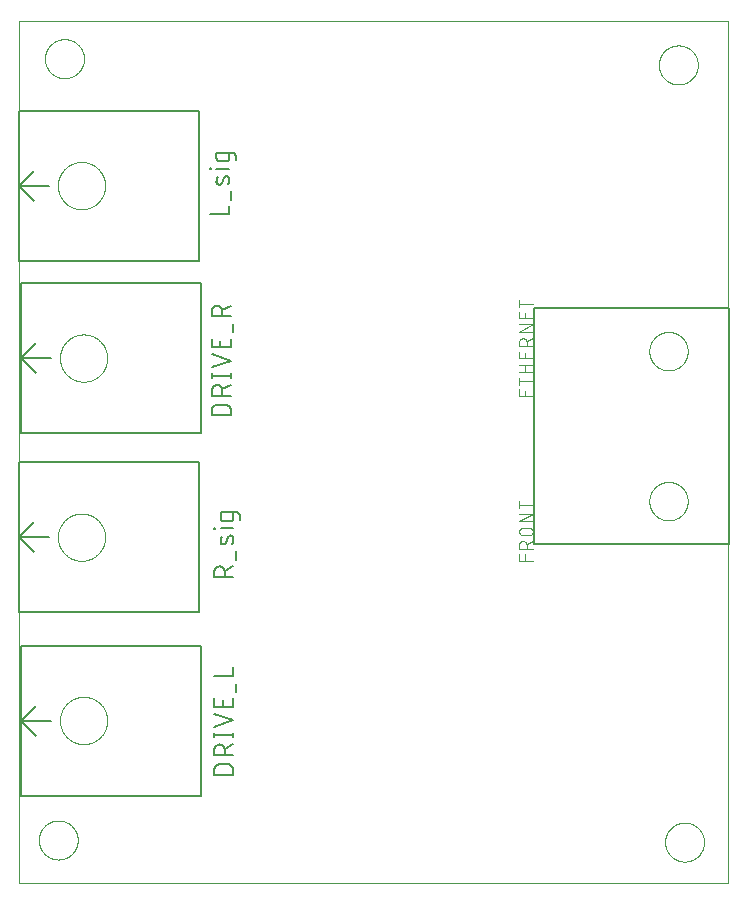
<source format=gto>
G75*
%MOIN*%
%OFA0B0*%
%FSLAX25Y25*%
%IPPOS*%
%LPD*%
%AMOC8*
5,1,8,0,0,1.08239X$1,22.5*
%
%ADD10C,0.00000*%
%ADD11C,0.00600*%
%ADD12C,0.00500*%
%ADD13C,0.00400*%
D10*
X0005157Y0001000D02*
X0005157Y0288402D01*
X0241378Y0288402D01*
X0241378Y0001000D01*
X0005157Y0001000D01*
X0011748Y0015469D02*
X0011750Y0015630D01*
X0011756Y0015790D01*
X0011766Y0015951D01*
X0011780Y0016111D01*
X0011798Y0016271D01*
X0011819Y0016430D01*
X0011845Y0016589D01*
X0011875Y0016747D01*
X0011908Y0016904D01*
X0011946Y0017061D01*
X0011987Y0017216D01*
X0012032Y0017370D01*
X0012081Y0017523D01*
X0012134Y0017675D01*
X0012190Y0017826D01*
X0012251Y0017975D01*
X0012314Y0018123D01*
X0012382Y0018269D01*
X0012453Y0018413D01*
X0012527Y0018555D01*
X0012605Y0018696D01*
X0012687Y0018834D01*
X0012772Y0018971D01*
X0012860Y0019105D01*
X0012952Y0019237D01*
X0013047Y0019367D01*
X0013145Y0019495D01*
X0013246Y0019620D01*
X0013350Y0019742D01*
X0013457Y0019862D01*
X0013567Y0019979D01*
X0013680Y0020094D01*
X0013796Y0020205D01*
X0013915Y0020314D01*
X0014036Y0020419D01*
X0014160Y0020522D01*
X0014286Y0020622D01*
X0014414Y0020718D01*
X0014545Y0020811D01*
X0014679Y0020901D01*
X0014814Y0020988D01*
X0014952Y0021071D01*
X0015091Y0021151D01*
X0015233Y0021227D01*
X0015376Y0021300D01*
X0015521Y0021369D01*
X0015668Y0021435D01*
X0015816Y0021497D01*
X0015966Y0021555D01*
X0016117Y0021610D01*
X0016270Y0021661D01*
X0016424Y0021708D01*
X0016579Y0021751D01*
X0016735Y0021790D01*
X0016891Y0021826D01*
X0017049Y0021857D01*
X0017207Y0021885D01*
X0017366Y0021909D01*
X0017526Y0021929D01*
X0017686Y0021945D01*
X0017846Y0021957D01*
X0018007Y0021965D01*
X0018168Y0021969D01*
X0018328Y0021969D01*
X0018489Y0021965D01*
X0018650Y0021957D01*
X0018810Y0021945D01*
X0018970Y0021929D01*
X0019130Y0021909D01*
X0019289Y0021885D01*
X0019447Y0021857D01*
X0019605Y0021826D01*
X0019761Y0021790D01*
X0019917Y0021751D01*
X0020072Y0021708D01*
X0020226Y0021661D01*
X0020379Y0021610D01*
X0020530Y0021555D01*
X0020680Y0021497D01*
X0020828Y0021435D01*
X0020975Y0021369D01*
X0021120Y0021300D01*
X0021263Y0021227D01*
X0021405Y0021151D01*
X0021544Y0021071D01*
X0021682Y0020988D01*
X0021817Y0020901D01*
X0021951Y0020811D01*
X0022082Y0020718D01*
X0022210Y0020622D01*
X0022336Y0020522D01*
X0022460Y0020419D01*
X0022581Y0020314D01*
X0022700Y0020205D01*
X0022816Y0020094D01*
X0022929Y0019979D01*
X0023039Y0019862D01*
X0023146Y0019742D01*
X0023250Y0019620D01*
X0023351Y0019495D01*
X0023449Y0019367D01*
X0023544Y0019237D01*
X0023636Y0019105D01*
X0023724Y0018971D01*
X0023809Y0018834D01*
X0023891Y0018696D01*
X0023969Y0018555D01*
X0024043Y0018413D01*
X0024114Y0018269D01*
X0024182Y0018123D01*
X0024245Y0017975D01*
X0024306Y0017826D01*
X0024362Y0017675D01*
X0024415Y0017523D01*
X0024464Y0017370D01*
X0024509Y0017216D01*
X0024550Y0017061D01*
X0024588Y0016904D01*
X0024621Y0016747D01*
X0024651Y0016589D01*
X0024677Y0016430D01*
X0024698Y0016271D01*
X0024716Y0016111D01*
X0024730Y0015951D01*
X0024740Y0015790D01*
X0024746Y0015630D01*
X0024748Y0015469D01*
X0024746Y0015308D01*
X0024740Y0015148D01*
X0024730Y0014987D01*
X0024716Y0014827D01*
X0024698Y0014667D01*
X0024677Y0014508D01*
X0024651Y0014349D01*
X0024621Y0014191D01*
X0024588Y0014034D01*
X0024550Y0013877D01*
X0024509Y0013722D01*
X0024464Y0013568D01*
X0024415Y0013415D01*
X0024362Y0013263D01*
X0024306Y0013112D01*
X0024245Y0012963D01*
X0024182Y0012815D01*
X0024114Y0012669D01*
X0024043Y0012525D01*
X0023969Y0012383D01*
X0023891Y0012242D01*
X0023809Y0012104D01*
X0023724Y0011967D01*
X0023636Y0011833D01*
X0023544Y0011701D01*
X0023449Y0011571D01*
X0023351Y0011443D01*
X0023250Y0011318D01*
X0023146Y0011196D01*
X0023039Y0011076D01*
X0022929Y0010959D01*
X0022816Y0010844D01*
X0022700Y0010733D01*
X0022581Y0010624D01*
X0022460Y0010519D01*
X0022336Y0010416D01*
X0022210Y0010316D01*
X0022082Y0010220D01*
X0021951Y0010127D01*
X0021817Y0010037D01*
X0021682Y0009950D01*
X0021544Y0009867D01*
X0021405Y0009787D01*
X0021263Y0009711D01*
X0021120Y0009638D01*
X0020975Y0009569D01*
X0020828Y0009503D01*
X0020680Y0009441D01*
X0020530Y0009383D01*
X0020379Y0009328D01*
X0020226Y0009277D01*
X0020072Y0009230D01*
X0019917Y0009187D01*
X0019761Y0009148D01*
X0019605Y0009112D01*
X0019447Y0009081D01*
X0019289Y0009053D01*
X0019130Y0009029D01*
X0018970Y0009009D01*
X0018810Y0008993D01*
X0018650Y0008981D01*
X0018489Y0008973D01*
X0018328Y0008969D01*
X0018168Y0008969D01*
X0018007Y0008973D01*
X0017846Y0008981D01*
X0017686Y0008993D01*
X0017526Y0009009D01*
X0017366Y0009029D01*
X0017207Y0009053D01*
X0017049Y0009081D01*
X0016891Y0009112D01*
X0016735Y0009148D01*
X0016579Y0009187D01*
X0016424Y0009230D01*
X0016270Y0009277D01*
X0016117Y0009328D01*
X0015966Y0009383D01*
X0015816Y0009441D01*
X0015668Y0009503D01*
X0015521Y0009569D01*
X0015376Y0009638D01*
X0015233Y0009711D01*
X0015091Y0009787D01*
X0014952Y0009867D01*
X0014814Y0009950D01*
X0014679Y0010037D01*
X0014545Y0010127D01*
X0014414Y0010220D01*
X0014286Y0010316D01*
X0014160Y0010416D01*
X0014036Y0010519D01*
X0013915Y0010624D01*
X0013796Y0010733D01*
X0013680Y0010844D01*
X0013567Y0010959D01*
X0013457Y0011076D01*
X0013350Y0011196D01*
X0013246Y0011318D01*
X0013145Y0011443D01*
X0013047Y0011571D01*
X0012952Y0011701D01*
X0012860Y0011833D01*
X0012772Y0011967D01*
X0012687Y0012104D01*
X0012605Y0012242D01*
X0012527Y0012383D01*
X0012453Y0012525D01*
X0012382Y0012669D01*
X0012314Y0012815D01*
X0012251Y0012963D01*
X0012190Y0013112D01*
X0012134Y0013263D01*
X0012081Y0013415D01*
X0012032Y0013568D01*
X0011987Y0013722D01*
X0011946Y0013877D01*
X0011908Y0014034D01*
X0011875Y0014191D01*
X0011845Y0014349D01*
X0011819Y0014508D01*
X0011798Y0014667D01*
X0011780Y0014827D01*
X0011766Y0014987D01*
X0011756Y0015148D01*
X0011750Y0015308D01*
X0011748Y0015469D01*
X0018799Y0055311D02*
X0018801Y0055504D01*
X0018808Y0055697D01*
X0018820Y0055890D01*
X0018837Y0056083D01*
X0018858Y0056275D01*
X0018884Y0056466D01*
X0018915Y0056657D01*
X0018950Y0056847D01*
X0018990Y0057036D01*
X0019035Y0057224D01*
X0019084Y0057411D01*
X0019138Y0057597D01*
X0019196Y0057781D01*
X0019259Y0057964D01*
X0019327Y0058145D01*
X0019398Y0058324D01*
X0019475Y0058502D01*
X0019555Y0058678D01*
X0019640Y0058851D01*
X0019729Y0059023D01*
X0019822Y0059192D01*
X0019919Y0059359D01*
X0020021Y0059524D01*
X0020126Y0059686D01*
X0020235Y0059845D01*
X0020349Y0060002D01*
X0020466Y0060155D01*
X0020586Y0060306D01*
X0020711Y0060454D01*
X0020839Y0060599D01*
X0020970Y0060740D01*
X0021105Y0060879D01*
X0021244Y0061014D01*
X0021385Y0061145D01*
X0021530Y0061273D01*
X0021678Y0061398D01*
X0021829Y0061518D01*
X0021982Y0061635D01*
X0022139Y0061749D01*
X0022298Y0061858D01*
X0022460Y0061963D01*
X0022625Y0062065D01*
X0022792Y0062162D01*
X0022961Y0062255D01*
X0023133Y0062344D01*
X0023306Y0062429D01*
X0023482Y0062509D01*
X0023660Y0062586D01*
X0023839Y0062657D01*
X0024020Y0062725D01*
X0024203Y0062788D01*
X0024387Y0062846D01*
X0024573Y0062900D01*
X0024760Y0062949D01*
X0024948Y0062994D01*
X0025137Y0063034D01*
X0025327Y0063069D01*
X0025518Y0063100D01*
X0025709Y0063126D01*
X0025901Y0063147D01*
X0026094Y0063164D01*
X0026287Y0063176D01*
X0026480Y0063183D01*
X0026673Y0063185D01*
X0026866Y0063183D01*
X0027059Y0063176D01*
X0027252Y0063164D01*
X0027445Y0063147D01*
X0027637Y0063126D01*
X0027828Y0063100D01*
X0028019Y0063069D01*
X0028209Y0063034D01*
X0028398Y0062994D01*
X0028586Y0062949D01*
X0028773Y0062900D01*
X0028959Y0062846D01*
X0029143Y0062788D01*
X0029326Y0062725D01*
X0029507Y0062657D01*
X0029686Y0062586D01*
X0029864Y0062509D01*
X0030040Y0062429D01*
X0030213Y0062344D01*
X0030385Y0062255D01*
X0030554Y0062162D01*
X0030721Y0062065D01*
X0030886Y0061963D01*
X0031048Y0061858D01*
X0031207Y0061749D01*
X0031364Y0061635D01*
X0031517Y0061518D01*
X0031668Y0061398D01*
X0031816Y0061273D01*
X0031961Y0061145D01*
X0032102Y0061014D01*
X0032241Y0060879D01*
X0032376Y0060740D01*
X0032507Y0060599D01*
X0032635Y0060454D01*
X0032760Y0060306D01*
X0032880Y0060155D01*
X0032997Y0060002D01*
X0033111Y0059845D01*
X0033220Y0059686D01*
X0033325Y0059524D01*
X0033427Y0059359D01*
X0033524Y0059192D01*
X0033617Y0059023D01*
X0033706Y0058851D01*
X0033791Y0058678D01*
X0033871Y0058502D01*
X0033948Y0058324D01*
X0034019Y0058145D01*
X0034087Y0057964D01*
X0034150Y0057781D01*
X0034208Y0057597D01*
X0034262Y0057411D01*
X0034311Y0057224D01*
X0034356Y0057036D01*
X0034396Y0056847D01*
X0034431Y0056657D01*
X0034462Y0056466D01*
X0034488Y0056275D01*
X0034509Y0056083D01*
X0034526Y0055890D01*
X0034538Y0055697D01*
X0034545Y0055504D01*
X0034547Y0055311D01*
X0034545Y0055118D01*
X0034538Y0054925D01*
X0034526Y0054732D01*
X0034509Y0054539D01*
X0034488Y0054347D01*
X0034462Y0054156D01*
X0034431Y0053965D01*
X0034396Y0053775D01*
X0034356Y0053586D01*
X0034311Y0053398D01*
X0034262Y0053211D01*
X0034208Y0053025D01*
X0034150Y0052841D01*
X0034087Y0052658D01*
X0034019Y0052477D01*
X0033948Y0052298D01*
X0033871Y0052120D01*
X0033791Y0051944D01*
X0033706Y0051771D01*
X0033617Y0051599D01*
X0033524Y0051430D01*
X0033427Y0051263D01*
X0033325Y0051098D01*
X0033220Y0050936D01*
X0033111Y0050777D01*
X0032997Y0050620D01*
X0032880Y0050467D01*
X0032760Y0050316D01*
X0032635Y0050168D01*
X0032507Y0050023D01*
X0032376Y0049882D01*
X0032241Y0049743D01*
X0032102Y0049608D01*
X0031961Y0049477D01*
X0031816Y0049349D01*
X0031668Y0049224D01*
X0031517Y0049104D01*
X0031364Y0048987D01*
X0031207Y0048873D01*
X0031048Y0048764D01*
X0030886Y0048659D01*
X0030721Y0048557D01*
X0030554Y0048460D01*
X0030385Y0048367D01*
X0030213Y0048278D01*
X0030040Y0048193D01*
X0029864Y0048113D01*
X0029686Y0048036D01*
X0029507Y0047965D01*
X0029326Y0047897D01*
X0029143Y0047834D01*
X0028959Y0047776D01*
X0028773Y0047722D01*
X0028586Y0047673D01*
X0028398Y0047628D01*
X0028209Y0047588D01*
X0028019Y0047553D01*
X0027828Y0047522D01*
X0027637Y0047496D01*
X0027445Y0047475D01*
X0027252Y0047458D01*
X0027059Y0047446D01*
X0026866Y0047439D01*
X0026673Y0047437D01*
X0026480Y0047439D01*
X0026287Y0047446D01*
X0026094Y0047458D01*
X0025901Y0047475D01*
X0025709Y0047496D01*
X0025518Y0047522D01*
X0025327Y0047553D01*
X0025137Y0047588D01*
X0024948Y0047628D01*
X0024760Y0047673D01*
X0024573Y0047722D01*
X0024387Y0047776D01*
X0024203Y0047834D01*
X0024020Y0047897D01*
X0023839Y0047965D01*
X0023660Y0048036D01*
X0023482Y0048113D01*
X0023306Y0048193D01*
X0023133Y0048278D01*
X0022961Y0048367D01*
X0022792Y0048460D01*
X0022625Y0048557D01*
X0022460Y0048659D01*
X0022298Y0048764D01*
X0022139Y0048873D01*
X0021982Y0048987D01*
X0021829Y0049104D01*
X0021678Y0049224D01*
X0021530Y0049349D01*
X0021385Y0049477D01*
X0021244Y0049608D01*
X0021105Y0049743D01*
X0020970Y0049882D01*
X0020839Y0050023D01*
X0020711Y0050168D01*
X0020586Y0050316D01*
X0020466Y0050467D01*
X0020349Y0050620D01*
X0020235Y0050777D01*
X0020126Y0050936D01*
X0020021Y0051098D01*
X0019919Y0051263D01*
X0019822Y0051430D01*
X0019729Y0051599D01*
X0019640Y0051771D01*
X0019555Y0051944D01*
X0019475Y0052120D01*
X0019398Y0052298D01*
X0019327Y0052477D01*
X0019259Y0052658D01*
X0019196Y0052841D01*
X0019138Y0053025D01*
X0019084Y0053211D01*
X0019035Y0053398D01*
X0018990Y0053586D01*
X0018950Y0053775D01*
X0018915Y0053965D01*
X0018884Y0054156D01*
X0018858Y0054347D01*
X0018837Y0054539D01*
X0018820Y0054732D01*
X0018808Y0054925D01*
X0018801Y0055118D01*
X0018799Y0055311D01*
X0018110Y0116413D02*
X0018112Y0116606D01*
X0018119Y0116799D01*
X0018131Y0116992D01*
X0018148Y0117185D01*
X0018169Y0117377D01*
X0018195Y0117568D01*
X0018226Y0117759D01*
X0018261Y0117949D01*
X0018301Y0118138D01*
X0018346Y0118326D01*
X0018395Y0118513D01*
X0018449Y0118699D01*
X0018507Y0118883D01*
X0018570Y0119066D01*
X0018638Y0119247D01*
X0018709Y0119426D01*
X0018786Y0119604D01*
X0018866Y0119780D01*
X0018951Y0119953D01*
X0019040Y0120125D01*
X0019133Y0120294D01*
X0019230Y0120461D01*
X0019332Y0120626D01*
X0019437Y0120788D01*
X0019546Y0120947D01*
X0019660Y0121104D01*
X0019777Y0121257D01*
X0019897Y0121408D01*
X0020022Y0121556D01*
X0020150Y0121701D01*
X0020281Y0121842D01*
X0020416Y0121981D01*
X0020555Y0122116D01*
X0020696Y0122247D01*
X0020841Y0122375D01*
X0020989Y0122500D01*
X0021140Y0122620D01*
X0021293Y0122737D01*
X0021450Y0122851D01*
X0021609Y0122960D01*
X0021771Y0123065D01*
X0021936Y0123167D01*
X0022103Y0123264D01*
X0022272Y0123357D01*
X0022444Y0123446D01*
X0022617Y0123531D01*
X0022793Y0123611D01*
X0022971Y0123688D01*
X0023150Y0123759D01*
X0023331Y0123827D01*
X0023514Y0123890D01*
X0023698Y0123948D01*
X0023884Y0124002D01*
X0024071Y0124051D01*
X0024259Y0124096D01*
X0024448Y0124136D01*
X0024638Y0124171D01*
X0024829Y0124202D01*
X0025020Y0124228D01*
X0025212Y0124249D01*
X0025405Y0124266D01*
X0025598Y0124278D01*
X0025791Y0124285D01*
X0025984Y0124287D01*
X0026177Y0124285D01*
X0026370Y0124278D01*
X0026563Y0124266D01*
X0026756Y0124249D01*
X0026948Y0124228D01*
X0027139Y0124202D01*
X0027330Y0124171D01*
X0027520Y0124136D01*
X0027709Y0124096D01*
X0027897Y0124051D01*
X0028084Y0124002D01*
X0028270Y0123948D01*
X0028454Y0123890D01*
X0028637Y0123827D01*
X0028818Y0123759D01*
X0028997Y0123688D01*
X0029175Y0123611D01*
X0029351Y0123531D01*
X0029524Y0123446D01*
X0029696Y0123357D01*
X0029865Y0123264D01*
X0030032Y0123167D01*
X0030197Y0123065D01*
X0030359Y0122960D01*
X0030518Y0122851D01*
X0030675Y0122737D01*
X0030828Y0122620D01*
X0030979Y0122500D01*
X0031127Y0122375D01*
X0031272Y0122247D01*
X0031413Y0122116D01*
X0031552Y0121981D01*
X0031687Y0121842D01*
X0031818Y0121701D01*
X0031946Y0121556D01*
X0032071Y0121408D01*
X0032191Y0121257D01*
X0032308Y0121104D01*
X0032422Y0120947D01*
X0032531Y0120788D01*
X0032636Y0120626D01*
X0032738Y0120461D01*
X0032835Y0120294D01*
X0032928Y0120125D01*
X0033017Y0119953D01*
X0033102Y0119780D01*
X0033182Y0119604D01*
X0033259Y0119426D01*
X0033330Y0119247D01*
X0033398Y0119066D01*
X0033461Y0118883D01*
X0033519Y0118699D01*
X0033573Y0118513D01*
X0033622Y0118326D01*
X0033667Y0118138D01*
X0033707Y0117949D01*
X0033742Y0117759D01*
X0033773Y0117568D01*
X0033799Y0117377D01*
X0033820Y0117185D01*
X0033837Y0116992D01*
X0033849Y0116799D01*
X0033856Y0116606D01*
X0033858Y0116413D01*
X0033856Y0116220D01*
X0033849Y0116027D01*
X0033837Y0115834D01*
X0033820Y0115641D01*
X0033799Y0115449D01*
X0033773Y0115258D01*
X0033742Y0115067D01*
X0033707Y0114877D01*
X0033667Y0114688D01*
X0033622Y0114500D01*
X0033573Y0114313D01*
X0033519Y0114127D01*
X0033461Y0113943D01*
X0033398Y0113760D01*
X0033330Y0113579D01*
X0033259Y0113400D01*
X0033182Y0113222D01*
X0033102Y0113046D01*
X0033017Y0112873D01*
X0032928Y0112701D01*
X0032835Y0112532D01*
X0032738Y0112365D01*
X0032636Y0112200D01*
X0032531Y0112038D01*
X0032422Y0111879D01*
X0032308Y0111722D01*
X0032191Y0111569D01*
X0032071Y0111418D01*
X0031946Y0111270D01*
X0031818Y0111125D01*
X0031687Y0110984D01*
X0031552Y0110845D01*
X0031413Y0110710D01*
X0031272Y0110579D01*
X0031127Y0110451D01*
X0030979Y0110326D01*
X0030828Y0110206D01*
X0030675Y0110089D01*
X0030518Y0109975D01*
X0030359Y0109866D01*
X0030197Y0109761D01*
X0030032Y0109659D01*
X0029865Y0109562D01*
X0029696Y0109469D01*
X0029524Y0109380D01*
X0029351Y0109295D01*
X0029175Y0109215D01*
X0028997Y0109138D01*
X0028818Y0109067D01*
X0028637Y0108999D01*
X0028454Y0108936D01*
X0028270Y0108878D01*
X0028084Y0108824D01*
X0027897Y0108775D01*
X0027709Y0108730D01*
X0027520Y0108690D01*
X0027330Y0108655D01*
X0027139Y0108624D01*
X0026948Y0108598D01*
X0026756Y0108577D01*
X0026563Y0108560D01*
X0026370Y0108548D01*
X0026177Y0108541D01*
X0025984Y0108539D01*
X0025791Y0108541D01*
X0025598Y0108548D01*
X0025405Y0108560D01*
X0025212Y0108577D01*
X0025020Y0108598D01*
X0024829Y0108624D01*
X0024638Y0108655D01*
X0024448Y0108690D01*
X0024259Y0108730D01*
X0024071Y0108775D01*
X0023884Y0108824D01*
X0023698Y0108878D01*
X0023514Y0108936D01*
X0023331Y0108999D01*
X0023150Y0109067D01*
X0022971Y0109138D01*
X0022793Y0109215D01*
X0022617Y0109295D01*
X0022444Y0109380D01*
X0022272Y0109469D01*
X0022103Y0109562D01*
X0021936Y0109659D01*
X0021771Y0109761D01*
X0021609Y0109866D01*
X0021450Y0109975D01*
X0021293Y0110089D01*
X0021140Y0110206D01*
X0020989Y0110326D01*
X0020841Y0110451D01*
X0020696Y0110579D01*
X0020555Y0110710D01*
X0020416Y0110845D01*
X0020281Y0110984D01*
X0020150Y0111125D01*
X0020022Y0111270D01*
X0019897Y0111418D01*
X0019777Y0111569D01*
X0019660Y0111722D01*
X0019546Y0111879D01*
X0019437Y0112038D01*
X0019332Y0112200D01*
X0019230Y0112365D01*
X0019133Y0112532D01*
X0019040Y0112701D01*
X0018951Y0112873D01*
X0018866Y0113046D01*
X0018786Y0113222D01*
X0018709Y0113400D01*
X0018638Y0113579D01*
X0018570Y0113760D01*
X0018507Y0113943D01*
X0018449Y0114127D01*
X0018395Y0114313D01*
X0018346Y0114500D01*
X0018301Y0114688D01*
X0018261Y0114877D01*
X0018226Y0115067D01*
X0018195Y0115258D01*
X0018169Y0115449D01*
X0018148Y0115641D01*
X0018131Y0115834D01*
X0018119Y0116027D01*
X0018112Y0116220D01*
X0018110Y0116413D01*
X0018799Y0176118D02*
X0018801Y0176311D01*
X0018808Y0176504D01*
X0018820Y0176697D01*
X0018837Y0176890D01*
X0018858Y0177082D01*
X0018884Y0177273D01*
X0018915Y0177464D01*
X0018950Y0177654D01*
X0018990Y0177843D01*
X0019035Y0178031D01*
X0019084Y0178218D01*
X0019138Y0178404D01*
X0019196Y0178588D01*
X0019259Y0178771D01*
X0019327Y0178952D01*
X0019398Y0179131D01*
X0019475Y0179309D01*
X0019555Y0179485D01*
X0019640Y0179658D01*
X0019729Y0179830D01*
X0019822Y0179999D01*
X0019919Y0180166D01*
X0020021Y0180331D01*
X0020126Y0180493D01*
X0020235Y0180652D01*
X0020349Y0180809D01*
X0020466Y0180962D01*
X0020586Y0181113D01*
X0020711Y0181261D01*
X0020839Y0181406D01*
X0020970Y0181547D01*
X0021105Y0181686D01*
X0021244Y0181821D01*
X0021385Y0181952D01*
X0021530Y0182080D01*
X0021678Y0182205D01*
X0021829Y0182325D01*
X0021982Y0182442D01*
X0022139Y0182556D01*
X0022298Y0182665D01*
X0022460Y0182770D01*
X0022625Y0182872D01*
X0022792Y0182969D01*
X0022961Y0183062D01*
X0023133Y0183151D01*
X0023306Y0183236D01*
X0023482Y0183316D01*
X0023660Y0183393D01*
X0023839Y0183464D01*
X0024020Y0183532D01*
X0024203Y0183595D01*
X0024387Y0183653D01*
X0024573Y0183707D01*
X0024760Y0183756D01*
X0024948Y0183801D01*
X0025137Y0183841D01*
X0025327Y0183876D01*
X0025518Y0183907D01*
X0025709Y0183933D01*
X0025901Y0183954D01*
X0026094Y0183971D01*
X0026287Y0183983D01*
X0026480Y0183990D01*
X0026673Y0183992D01*
X0026866Y0183990D01*
X0027059Y0183983D01*
X0027252Y0183971D01*
X0027445Y0183954D01*
X0027637Y0183933D01*
X0027828Y0183907D01*
X0028019Y0183876D01*
X0028209Y0183841D01*
X0028398Y0183801D01*
X0028586Y0183756D01*
X0028773Y0183707D01*
X0028959Y0183653D01*
X0029143Y0183595D01*
X0029326Y0183532D01*
X0029507Y0183464D01*
X0029686Y0183393D01*
X0029864Y0183316D01*
X0030040Y0183236D01*
X0030213Y0183151D01*
X0030385Y0183062D01*
X0030554Y0182969D01*
X0030721Y0182872D01*
X0030886Y0182770D01*
X0031048Y0182665D01*
X0031207Y0182556D01*
X0031364Y0182442D01*
X0031517Y0182325D01*
X0031668Y0182205D01*
X0031816Y0182080D01*
X0031961Y0181952D01*
X0032102Y0181821D01*
X0032241Y0181686D01*
X0032376Y0181547D01*
X0032507Y0181406D01*
X0032635Y0181261D01*
X0032760Y0181113D01*
X0032880Y0180962D01*
X0032997Y0180809D01*
X0033111Y0180652D01*
X0033220Y0180493D01*
X0033325Y0180331D01*
X0033427Y0180166D01*
X0033524Y0179999D01*
X0033617Y0179830D01*
X0033706Y0179658D01*
X0033791Y0179485D01*
X0033871Y0179309D01*
X0033948Y0179131D01*
X0034019Y0178952D01*
X0034087Y0178771D01*
X0034150Y0178588D01*
X0034208Y0178404D01*
X0034262Y0178218D01*
X0034311Y0178031D01*
X0034356Y0177843D01*
X0034396Y0177654D01*
X0034431Y0177464D01*
X0034462Y0177273D01*
X0034488Y0177082D01*
X0034509Y0176890D01*
X0034526Y0176697D01*
X0034538Y0176504D01*
X0034545Y0176311D01*
X0034547Y0176118D01*
X0034545Y0175925D01*
X0034538Y0175732D01*
X0034526Y0175539D01*
X0034509Y0175346D01*
X0034488Y0175154D01*
X0034462Y0174963D01*
X0034431Y0174772D01*
X0034396Y0174582D01*
X0034356Y0174393D01*
X0034311Y0174205D01*
X0034262Y0174018D01*
X0034208Y0173832D01*
X0034150Y0173648D01*
X0034087Y0173465D01*
X0034019Y0173284D01*
X0033948Y0173105D01*
X0033871Y0172927D01*
X0033791Y0172751D01*
X0033706Y0172578D01*
X0033617Y0172406D01*
X0033524Y0172237D01*
X0033427Y0172070D01*
X0033325Y0171905D01*
X0033220Y0171743D01*
X0033111Y0171584D01*
X0032997Y0171427D01*
X0032880Y0171274D01*
X0032760Y0171123D01*
X0032635Y0170975D01*
X0032507Y0170830D01*
X0032376Y0170689D01*
X0032241Y0170550D01*
X0032102Y0170415D01*
X0031961Y0170284D01*
X0031816Y0170156D01*
X0031668Y0170031D01*
X0031517Y0169911D01*
X0031364Y0169794D01*
X0031207Y0169680D01*
X0031048Y0169571D01*
X0030886Y0169466D01*
X0030721Y0169364D01*
X0030554Y0169267D01*
X0030385Y0169174D01*
X0030213Y0169085D01*
X0030040Y0169000D01*
X0029864Y0168920D01*
X0029686Y0168843D01*
X0029507Y0168772D01*
X0029326Y0168704D01*
X0029143Y0168641D01*
X0028959Y0168583D01*
X0028773Y0168529D01*
X0028586Y0168480D01*
X0028398Y0168435D01*
X0028209Y0168395D01*
X0028019Y0168360D01*
X0027828Y0168329D01*
X0027637Y0168303D01*
X0027445Y0168282D01*
X0027252Y0168265D01*
X0027059Y0168253D01*
X0026866Y0168246D01*
X0026673Y0168244D01*
X0026480Y0168246D01*
X0026287Y0168253D01*
X0026094Y0168265D01*
X0025901Y0168282D01*
X0025709Y0168303D01*
X0025518Y0168329D01*
X0025327Y0168360D01*
X0025137Y0168395D01*
X0024948Y0168435D01*
X0024760Y0168480D01*
X0024573Y0168529D01*
X0024387Y0168583D01*
X0024203Y0168641D01*
X0024020Y0168704D01*
X0023839Y0168772D01*
X0023660Y0168843D01*
X0023482Y0168920D01*
X0023306Y0169000D01*
X0023133Y0169085D01*
X0022961Y0169174D01*
X0022792Y0169267D01*
X0022625Y0169364D01*
X0022460Y0169466D01*
X0022298Y0169571D01*
X0022139Y0169680D01*
X0021982Y0169794D01*
X0021829Y0169911D01*
X0021678Y0170031D01*
X0021530Y0170156D01*
X0021385Y0170284D01*
X0021244Y0170415D01*
X0021105Y0170550D01*
X0020970Y0170689D01*
X0020839Y0170830D01*
X0020711Y0170975D01*
X0020586Y0171123D01*
X0020466Y0171274D01*
X0020349Y0171427D01*
X0020235Y0171584D01*
X0020126Y0171743D01*
X0020021Y0171905D01*
X0019919Y0172070D01*
X0019822Y0172237D01*
X0019729Y0172406D01*
X0019640Y0172578D01*
X0019555Y0172751D01*
X0019475Y0172927D01*
X0019398Y0173105D01*
X0019327Y0173284D01*
X0019259Y0173465D01*
X0019196Y0173648D01*
X0019138Y0173832D01*
X0019084Y0174018D01*
X0019035Y0174205D01*
X0018990Y0174393D01*
X0018950Y0174582D01*
X0018915Y0174772D01*
X0018884Y0174963D01*
X0018858Y0175154D01*
X0018837Y0175346D01*
X0018820Y0175539D01*
X0018808Y0175732D01*
X0018801Y0175925D01*
X0018799Y0176118D01*
X0018110Y0233598D02*
X0018112Y0233791D01*
X0018119Y0233984D01*
X0018131Y0234177D01*
X0018148Y0234370D01*
X0018169Y0234562D01*
X0018195Y0234753D01*
X0018226Y0234944D01*
X0018261Y0235134D01*
X0018301Y0235323D01*
X0018346Y0235511D01*
X0018395Y0235698D01*
X0018449Y0235884D01*
X0018507Y0236068D01*
X0018570Y0236251D01*
X0018638Y0236432D01*
X0018709Y0236611D01*
X0018786Y0236789D01*
X0018866Y0236965D01*
X0018951Y0237138D01*
X0019040Y0237310D01*
X0019133Y0237479D01*
X0019230Y0237646D01*
X0019332Y0237811D01*
X0019437Y0237973D01*
X0019546Y0238132D01*
X0019660Y0238289D01*
X0019777Y0238442D01*
X0019897Y0238593D01*
X0020022Y0238741D01*
X0020150Y0238886D01*
X0020281Y0239027D01*
X0020416Y0239166D01*
X0020555Y0239301D01*
X0020696Y0239432D01*
X0020841Y0239560D01*
X0020989Y0239685D01*
X0021140Y0239805D01*
X0021293Y0239922D01*
X0021450Y0240036D01*
X0021609Y0240145D01*
X0021771Y0240250D01*
X0021936Y0240352D01*
X0022103Y0240449D01*
X0022272Y0240542D01*
X0022444Y0240631D01*
X0022617Y0240716D01*
X0022793Y0240796D01*
X0022971Y0240873D01*
X0023150Y0240944D01*
X0023331Y0241012D01*
X0023514Y0241075D01*
X0023698Y0241133D01*
X0023884Y0241187D01*
X0024071Y0241236D01*
X0024259Y0241281D01*
X0024448Y0241321D01*
X0024638Y0241356D01*
X0024829Y0241387D01*
X0025020Y0241413D01*
X0025212Y0241434D01*
X0025405Y0241451D01*
X0025598Y0241463D01*
X0025791Y0241470D01*
X0025984Y0241472D01*
X0026177Y0241470D01*
X0026370Y0241463D01*
X0026563Y0241451D01*
X0026756Y0241434D01*
X0026948Y0241413D01*
X0027139Y0241387D01*
X0027330Y0241356D01*
X0027520Y0241321D01*
X0027709Y0241281D01*
X0027897Y0241236D01*
X0028084Y0241187D01*
X0028270Y0241133D01*
X0028454Y0241075D01*
X0028637Y0241012D01*
X0028818Y0240944D01*
X0028997Y0240873D01*
X0029175Y0240796D01*
X0029351Y0240716D01*
X0029524Y0240631D01*
X0029696Y0240542D01*
X0029865Y0240449D01*
X0030032Y0240352D01*
X0030197Y0240250D01*
X0030359Y0240145D01*
X0030518Y0240036D01*
X0030675Y0239922D01*
X0030828Y0239805D01*
X0030979Y0239685D01*
X0031127Y0239560D01*
X0031272Y0239432D01*
X0031413Y0239301D01*
X0031552Y0239166D01*
X0031687Y0239027D01*
X0031818Y0238886D01*
X0031946Y0238741D01*
X0032071Y0238593D01*
X0032191Y0238442D01*
X0032308Y0238289D01*
X0032422Y0238132D01*
X0032531Y0237973D01*
X0032636Y0237811D01*
X0032738Y0237646D01*
X0032835Y0237479D01*
X0032928Y0237310D01*
X0033017Y0237138D01*
X0033102Y0236965D01*
X0033182Y0236789D01*
X0033259Y0236611D01*
X0033330Y0236432D01*
X0033398Y0236251D01*
X0033461Y0236068D01*
X0033519Y0235884D01*
X0033573Y0235698D01*
X0033622Y0235511D01*
X0033667Y0235323D01*
X0033707Y0235134D01*
X0033742Y0234944D01*
X0033773Y0234753D01*
X0033799Y0234562D01*
X0033820Y0234370D01*
X0033837Y0234177D01*
X0033849Y0233984D01*
X0033856Y0233791D01*
X0033858Y0233598D01*
X0033856Y0233405D01*
X0033849Y0233212D01*
X0033837Y0233019D01*
X0033820Y0232826D01*
X0033799Y0232634D01*
X0033773Y0232443D01*
X0033742Y0232252D01*
X0033707Y0232062D01*
X0033667Y0231873D01*
X0033622Y0231685D01*
X0033573Y0231498D01*
X0033519Y0231312D01*
X0033461Y0231128D01*
X0033398Y0230945D01*
X0033330Y0230764D01*
X0033259Y0230585D01*
X0033182Y0230407D01*
X0033102Y0230231D01*
X0033017Y0230058D01*
X0032928Y0229886D01*
X0032835Y0229717D01*
X0032738Y0229550D01*
X0032636Y0229385D01*
X0032531Y0229223D01*
X0032422Y0229064D01*
X0032308Y0228907D01*
X0032191Y0228754D01*
X0032071Y0228603D01*
X0031946Y0228455D01*
X0031818Y0228310D01*
X0031687Y0228169D01*
X0031552Y0228030D01*
X0031413Y0227895D01*
X0031272Y0227764D01*
X0031127Y0227636D01*
X0030979Y0227511D01*
X0030828Y0227391D01*
X0030675Y0227274D01*
X0030518Y0227160D01*
X0030359Y0227051D01*
X0030197Y0226946D01*
X0030032Y0226844D01*
X0029865Y0226747D01*
X0029696Y0226654D01*
X0029524Y0226565D01*
X0029351Y0226480D01*
X0029175Y0226400D01*
X0028997Y0226323D01*
X0028818Y0226252D01*
X0028637Y0226184D01*
X0028454Y0226121D01*
X0028270Y0226063D01*
X0028084Y0226009D01*
X0027897Y0225960D01*
X0027709Y0225915D01*
X0027520Y0225875D01*
X0027330Y0225840D01*
X0027139Y0225809D01*
X0026948Y0225783D01*
X0026756Y0225762D01*
X0026563Y0225745D01*
X0026370Y0225733D01*
X0026177Y0225726D01*
X0025984Y0225724D01*
X0025791Y0225726D01*
X0025598Y0225733D01*
X0025405Y0225745D01*
X0025212Y0225762D01*
X0025020Y0225783D01*
X0024829Y0225809D01*
X0024638Y0225840D01*
X0024448Y0225875D01*
X0024259Y0225915D01*
X0024071Y0225960D01*
X0023884Y0226009D01*
X0023698Y0226063D01*
X0023514Y0226121D01*
X0023331Y0226184D01*
X0023150Y0226252D01*
X0022971Y0226323D01*
X0022793Y0226400D01*
X0022617Y0226480D01*
X0022444Y0226565D01*
X0022272Y0226654D01*
X0022103Y0226747D01*
X0021936Y0226844D01*
X0021771Y0226946D01*
X0021609Y0227051D01*
X0021450Y0227160D01*
X0021293Y0227274D01*
X0021140Y0227391D01*
X0020989Y0227511D01*
X0020841Y0227636D01*
X0020696Y0227764D01*
X0020555Y0227895D01*
X0020416Y0228030D01*
X0020281Y0228169D01*
X0020150Y0228310D01*
X0020022Y0228455D01*
X0019897Y0228603D01*
X0019777Y0228754D01*
X0019660Y0228907D01*
X0019546Y0229064D01*
X0019437Y0229223D01*
X0019332Y0229385D01*
X0019230Y0229550D01*
X0019133Y0229717D01*
X0019040Y0229886D01*
X0018951Y0230058D01*
X0018866Y0230231D01*
X0018786Y0230407D01*
X0018709Y0230585D01*
X0018638Y0230764D01*
X0018570Y0230945D01*
X0018507Y0231128D01*
X0018449Y0231312D01*
X0018395Y0231498D01*
X0018346Y0231685D01*
X0018301Y0231873D01*
X0018261Y0232062D01*
X0018226Y0232252D01*
X0018195Y0232443D01*
X0018169Y0232634D01*
X0018148Y0232826D01*
X0018131Y0233019D01*
X0018119Y0233212D01*
X0018112Y0233405D01*
X0018110Y0233598D01*
X0013815Y0275902D02*
X0013817Y0276063D01*
X0013823Y0276223D01*
X0013833Y0276384D01*
X0013847Y0276544D01*
X0013865Y0276704D01*
X0013886Y0276863D01*
X0013912Y0277022D01*
X0013942Y0277180D01*
X0013975Y0277337D01*
X0014013Y0277494D01*
X0014054Y0277649D01*
X0014099Y0277803D01*
X0014148Y0277956D01*
X0014201Y0278108D01*
X0014257Y0278259D01*
X0014318Y0278408D01*
X0014381Y0278556D01*
X0014449Y0278702D01*
X0014520Y0278846D01*
X0014594Y0278988D01*
X0014672Y0279129D01*
X0014754Y0279267D01*
X0014839Y0279404D01*
X0014927Y0279538D01*
X0015019Y0279670D01*
X0015114Y0279800D01*
X0015212Y0279928D01*
X0015313Y0280053D01*
X0015417Y0280175D01*
X0015524Y0280295D01*
X0015634Y0280412D01*
X0015747Y0280527D01*
X0015863Y0280638D01*
X0015982Y0280747D01*
X0016103Y0280852D01*
X0016227Y0280955D01*
X0016353Y0281055D01*
X0016481Y0281151D01*
X0016612Y0281244D01*
X0016746Y0281334D01*
X0016881Y0281421D01*
X0017019Y0281504D01*
X0017158Y0281584D01*
X0017300Y0281660D01*
X0017443Y0281733D01*
X0017588Y0281802D01*
X0017735Y0281868D01*
X0017883Y0281930D01*
X0018033Y0281988D01*
X0018184Y0282043D01*
X0018337Y0282094D01*
X0018491Y0282141D01*
X0018646Y0282184D01*
X0018802Y0282223D01*
X0018958Y0282259D01*
X0019116Y0282290D01*
X0019274Y0282318D01*
X0019433Y0282342D01*
X0019593Y0282362D01*
X0019753Y0282378D01*
X0019913Y0282390D01*
X0020074Y0282398D01*
X0020235Y0282402D01*
X0020395Y0282402D01*
X0020556Y0282398D01*
X0020717Y0282390D01*
X0020877Y0282378D01*
X0021037Y0282362D01*
X0021197Y0282342D01*
X0021356Y0282318D01*
X0021514Y0282290D01*
X0021672Y0282259D01*
X0021828Y0282223D01*
X0021984Y0282184D01*
X0022139Y0282141D01*
X0022293Y0282094D01*
X0022446Y0282043D01*
X0022597Y0281988D01*
X0022747Y0281930D01*
X0022895Y0281868D01*
X0023042Y0281802D01*
X0023187Y0281733D01*
X0023330Y0281660D01*
X0023472Y0281584D01*
X0023611Y0281504D01*
X0023749Y0281421D01*
X0023884Y0281334D01*
X0024018Y0281244D01*
X0024149Y0281151D01*
X0024277Y0281055D01*
X0024403Y0280955D01*
X0024527Y0280852D01*
X0024648Y0280747D01*
X0024767Y0280638D01*
X0024883Y0280527D01*
X0024996Y0280412D01*
X0025106Y0280295D01*
X0025213Y0280175D01*
X0025317Y0280053D01*
X0025418Y0279928D01*
X0025516Y0279800D01*
X0025611Y0279670D01*
X0025703Y0279538D01*
X0025791Y0279404D01*
X0025876Y0279267D01*
X0025958Y0279129D01*
X0026036Y0278988D01*
X0026110Y0278846D01*
X0026181Y0278702D01*
X0026249Y0278556D01*
X0026312Y0278408D01*
X0026373Y0278259D01*
X0026429Y0278108D01*
X0026482Y0277956D01*
X0026531Y0277803D01*
X0026576Y0277649D01*
X0026617Y0277494D01*
X0026655Y0277337D01*
X0026688Y0277180D01*
X0026718Y0277022D01*
X0026744Y0276863D01*
X0026765Y0276704D01*
X0026783Y0276544D01*
X0026797Y0276384D01*
X0026807Y0276223D01*
X0026813Y0276063D01*
X0026815Y0275902D01*
X0026813Y0275741D01*
X0026807Y0275581D01*
X0026797Y0275420D01*
X0026783Y0275260D01*
X0026765Y0275100D01*
X0026744Y0274941D01*
X0026718Y0274782D01*
X0026688Y0274624D01*
X0026655Y0274467D01*
X0026617Y0274310D01*
X0026576Y0274155D01*
X0026531Y0274001D01*
X0026482Y0273848D01*
X0026429Y0273696D01*
X0026373Y0273545D01*
X0026312Y0273396D01*
X0026249Y0273248D01*
X0026181Y0273102D01*
X0026110Y0272958D01*
X0026036Y0272816D01*
X0025958Y0272675D01*
X0025876Y0272537D01*
X0025791Y0272400D01*
X0025703Y0272266D01*
X0025611Y0272134D01*
X0025516Y0272004D01*
X0025418Y0271876D01*
X0025317Y0271751D01*
X0025213Y0271629D01*
X0025106Y0271509D01*
X0024996Y0271392D01*
X0024883Y0271277D01*
X0024767Y0271166D01*
X0024648Y0271057D01*
X0024527Y0270952D01*
X0024403Y0270849D01*
X0024277Y0270749D01*
X0024149Y0270653D01*
X0024018Y0270560D01*
X0023884Y0270470D01*
X0023749Y0270383D01*
X0023611Y0270300D01*
X0023472Y0270220D01*
X0023330Y0270144D01*
X0023187Y0270071D01*
X0023042Y0270002D01*
X0022895Y0269936D01*
X0022747Y0269874D01*
X0022597Y0269816D01*
X0022446Y0269761D01*
X0022293Y0269710D01*
X0022139Y0269663D01*
X0021984Y0269620D01*
X0021828Y0269581D01*
X0021672Y0269545D01*
X0021514Y0269514D01*
X0021356Y0269486D01*
X0021197Y0269462D01*
X0021037Y0269442D01*
X0020877Y0269426D01*
X0020717Y0269414D01*
X0020556Y0269406D01*
X0020395Y0269402D01*
X0020235Y0269402D01*
X0020074Y0269406D01*
X0019913Y0269414D01*
X0019753Y0269426D01*
X0019593Y0269442D01*
X0019433Y0269462D01*
X0019274Y0269486D01*
X0019116Y0269514D01*
X0018958Y0269545D01*
X0018802Y0269581D01*
X0018646Y0269620D01*
X0018491Y0269663D01*
X0018337Y0269710D01*
X0018184Y0269761D01*
X0018033Y0269816D01*
X0017883Y0269874D01*
X0017735Y0269936D01*
X0017588Y0270002D01*
X0017443Y0270071D01*
X0017300Y0270144D01*
X0017158Y0270220D01*
X0017019Y0270300D01*
X0016881Y0270383D01*
X0016746Y0270470D01*
X0016612Y0270560D01*
X0016481Y0270653D01*
X0016353Y0270749D01*
X0016227Y0270849D01*
X0016103Y0270952D01*
X0015982Y0271057D01*
X0015863Y0271166D01*
X0015747Y0271277D01*
X0015634Y0271392D01*
X0015524Y0271509D01*
X0015417Y0271629D01*
X0015313Y0271751D01*
X0015212Y0271876D01*
X0015114Y0272004D01*
X0015019Y0272134D01*
X0014927Y0272266D01*
X0014839Y0272400D01*
X0014754Y0272537D01*
X0014672Y0272675D01*
X0014594Y0272816D01*
X0014520Y0272958D01*
X0014449Y0273102D01*
X0014381Y0273248D01*
X0014318Y0273396D01*
X0014257Y0273545D01*
X0014201Y0273696D01*
X0014148Y0273848D01*
X0014099Y0274001D01*
X0014054Y0274155D01*
X0014013Y0274310D01*
X0013975Y0274467D01*
X0013942Y0274624D01*
X0013912Y0274782D01*
X0013886Y0274941D01*
X0013865Y0275100D01*
X0013847Y0275260D01*
X0013833Y0275420D01*
X0013823Y0275581D01*
X0013817Y0275741D01*
X0013815Y0275902D01*
X0215256Y0178421D02*
X0215258Y0178581D01*
X0215264Y0178740D01*
X0215274Y0178899D01*
X0215288Y0179058D01*
X0215306Y0179217D01*
X0215327Y0179375D01*
X0215353Y0179532D01*
X0215383Y0179689D01*
X0215416Y0179845D01*
X0215454Y0180000D01*
X0215495Y0180154D01*
X0215540Y0180307D01*
X0215589Y0180459D01*
X0215642Y0180609D01*
X0215698Y0180758D01*
X0215758Y0180906D01*
X0215822Y0181052D01*
X0215890Y0181197D01*
X0215961Y0181340D01*
X0216035Y0181481D01*
X0216113Y0181620D01*
X0216195Y0181757D01*
X0216280Y0181892D01*
X0216368Y0182025D01*
X0216459Y0182156D01*
X0216554Y0182284D01*
X0216652Y0182410D01*
X0216753Y0182534D01*
X0216857Y0182654D01*
X0216964Y0182773D01*
X0217074Y0182888D01*
X0217187Y0183001D01*
X0217302Y0183111D01*
X0217421Y0183218D01*
X0217541Y0183322D01*
X0217665Y0183423D01*
X0217791Y0183521D01*
X0217919Y0183616D01*
X0218050Y0183707D01*
X0218183Y0183795D01*
X0218318Y0183880D01*
X0218455Y0183962D01*
X0218594Y0184040D01*
X0218735Y0184114D01*
X0218878Y0184185D01*
X0219023Y0184253D01*
X0219169Y0184317D01*
X0219317Y0184377D01*
X0219466Y0184433D01*
X0219616Y0184486D01*
X0219768Y0184535D01*
X0219921Y0184580D01*
X0220075Y0184621D01*
X0220230Y0184659D01*
X0220386Y0184692D01*
X0220543Y0184722D01*
X0220700Y0184748D01*
X0220858Y0184769D01*
X0221017Y0184787D01*
X0221176Y0184801D01*
X0221335Y0184811D01*
X0221494Y0184817D01*
X0221654Y0184819D01*
X0221814Y0184817D01*
X0221973Y0184811D01*
X0222132Y0184801D01*
X0222291Y0184787D01*
X0222450Y0184769D01*
X0222608Y0184748D01*
X0222765Y0184722D01*
X0222922Y0184692D01*
X0223078Y0184659D01*
X0223233Y0184621D01*
X0223387Y0184580D01*
X0223540Y0184535D01*
X0223692Y0184486D01*
X0223842Y0184433D01*
X0223991Y0184377D01*
X0224139Y0184317D01*
X0224285Y0184253D01*
X0224430Y0184185D01*
X0224573Y0184114D01*
X0224714Y0184040D01*
X0224853Y0183962D01*
X0224990Y0183880D01*
X0225125Y0183795D01*
X0225258Y0183707D01*
X0225389Y0183616D01*
X0225517Y0183521D01*
X0225643Y0183423D01*
X0225767Y0183322D01*
X0225887Y0183218D01*
X0226006Y0183111D01*
X0226121Y0183001D01*
X0226234Y0182888D01*
X0226344Y0182773D01*
X0226451Y0182654D01*
X0226555Y0182534D01*
X0226656Y0182410D01*
X0226754Y0182284D01*
X0226849Y0182156D01*
X0226940Y0182025D01*
X0227028Y0181892D01*
X0227113Y0181757D01*
X0227195Y0181620D01*
X0227273Y0181481D01*
X0227347Y0181340D01*
X0227418Y0181197D01*
X0227486Y0181052D01*
X0227550Y0180906D01*
X0227610Y0180758D01*
X0227666Y0180609D01*
X0227719Y0180459D01*
X0227768Y0180307D01*
X0227813Y0180154D01*
X0227854Y0180000D01*
X0227892Y0179845D01*
X0227925Y0179689D01*
X0227955Y0179532D01*
X0227981Y0179375D01*
X0228002Y0179217D01*
X0228020Y0179058D01*
X0228034Y0178899D01*
X0228044Y0178740D01*
X0228050Y0178581D01*
X0228052Y0178421D01*
X0228050Y0178261D01*
X0228044Y0178102D01*
X0228034Y0177943D01*
X0228020Y0177784D01*
X0228002Y0177625D01*
X0227981Y0177467D01*
X0227955Y0177310D01*
X0227925Y0177153D01*
X0227892Y0176997D01*
X0227854Y0176842D01*
X0227813Y0176688D01*
X0227768Y0176535D01*
X0227719Y0176383D01*
X0227666Y0176233D01*
X0227610Y0176084D01*
X0227550Y0175936D01*
X0227486Y0175790D01*
X0227418Y0175645D01*
X0227347Y0175502D01*
X0227273Y0175361D01*
X0227195Y0175222D01*
X0227113Y0175085D01*
X0227028Y0174950D01*
X0226940Y0174817D01*
X0226849Y0174686D01*
X0226754Y0174558D01*
X0226656Y0174432D01*
X0226555Y0174308D01*
X0226451Y0174188D01*
X0226344Y0174069D01*
X0226234Y0173954D01*
X0226121Y0173841D01*
X0226006Y0173731D01*
X0225887Y0173624D01*
X0225767Y0173520D01*
X0225643Y0173419D01*
X0225517Y0173321D01*
X0225389Y0173226D01*
X0225258Y0173135D01*
X0225125Y0173047D01*
X0224990Y0172962D01*
X0224853Y0172880D01*
X0224714Y0172802D01*
X0224573Y0172728D01*
X0224430Y0172657D01*
X0224285Y0172589D01*
X0224139Y0172525D01*
X0223991Y0172465D01*
X0223842Y0172409D01*
X0223692Y0172356D01*
X0223540Y0172307D01*
X0223387Y0172262D01*
X0223233Y0172221D01*
X0223078Y0172183D01*
X0222922Y0172150D01*
X0222765Y0172120D01*
X0222608Y0172094D01*
X0222450Y0172073D01*
X0222291Y0172055D01*
X0222132Y0172041D01*
X0221973Y0172031D01*
X0221814Y0172025D01*
X0221654Y0172023D01*
X0221494Y0172025D01*
X0221335Y0172031D01*
X0221176Y0172041D01*
X0221017Y0172055D01*
X0220858Y0172073D01*
X0220700Y0172094D01*
X0220543Y0172120D01*
X0220386Y0172150D01*
X0220230Y0172183D01*
X0220075Y0172221D01*
X0219921Y0172262D01*
X0219768Y0172307D01*
X0219616Y0172356D01*
X0219466Y0172409D01*
X0219317Y0172465D01*
X0219169Y0172525D01*
X0219023Y0172589D01*
X0218878Y0172657D01*
X0218735Y0172728D01*
X0218594Y0172802D01*
X0218455Y0172880D01*
X0218318Y0172962D01*
X0218183Y0173047D01*
X0218050Y0173135D01*
X0217919Y0173226D01*
X0217791Y0173321D01*
X0217665Y0173419D01*
X0217541Y0173520D01*
X0217421Y0173624D01*
X0217302Y0173731D01*
X0217187Y0173841D01*
X0217074Y0173954D01*
X0216964Y0174069D01*
X0216857Y0174188D01*
X0216753Y0174308D01*
X0216652Y0174432D01*
X0216554Y0174558D01*
X0216459Y0174686D01*
X0216368Y0174817D01*
X0216280Y0174950D01*
X0216195Y0175085D01*
X0216113Y0175222D01*
X0216035Y0175361D01*
X0215961Y0175502D01*
X0215890Y0175645D01*
X0215822Y0175790D01*
X0215758Y0175936D01*
X0215698Y0176084D01*
X0215642Y0176233D01*
X0215589Y0176383D01*
X0215540Y0176535D01*
X0215495Y0176688D01*
X0215454Y0176842D01*
X0215416Y0176997D01*
X0215383Y0177153D01*
X0215353Y0177310D01*
X0215327Y0177467D01*
X0215306Y0177625D01*
X0215288Y0177784D01*
X0215274Y0177943D01*
X0215264Y0178102D01*
X0215258Y0178261D01*
X0215256Y0178421D01*
X0215256Y0128421D02*
X0215258Y0128581D01*
X0215264Y0128740D01*
X0215274Y0128899D01*
X0215288Y0129058D01*
X0215306Y0129217D01*
X0215327Y0129375D01*
X0215353Y0129532D01*
X0215383Y0129689D01*
X0215416Y0129845D01*
X0215454Y0130000D01*
X0215495Y0130154D01*
X0215540Y0130307D01*
X0215589Y0130459D01*
X0215642Y0130609D01*
X0215698Y0130758D01*
X0215758Y0130906D01*
X0215822Y0131052D01*
X0215890Y0131197D01*
X0215961Y0131340D01*
X0216035Y0131481D01*
X0216113Y0131620D01*
X0216195Y0131757D01*
X0216280Y0131892D01*
X0216368Y0132025D01*
X0216459Y0132156D01*
X0216554Y0132284D01*
X0216652Y0132410D01*
X0216753Y0132534D01*
X0216857Y0132654D01*
X0216964Y0132773D01*
X0217074Y0132888D01*
X0217187Y0133001D01*
X0217302Y0133111D01*
X0217421Y0133218D01*
X0217541Y0133322D01*
X0217665Y0133423D01*
X0217791Y0133521D01*
X0217919Y0133616D01*
X0218050Y0133707D01*
X0218183Y0133795D01*
X0218318Y0133880D01*
X0218455Y0133962D01*
X0218594Y0134040D01*
X0218735Y0134114D01*
X0218878Y0134185D01*
X0219023Y0134253D01*
X0219169Y0134317D01*
X0219317Y0134377D01*
X0219466Y0134433D01*
X0219616Y0134486D01*
X0219768Y0134535D01*
X0219921Y0134580D01*
X0220075Y0134621D01*
X0220230Y0134659D01*
X0220386Y0134692D01*
X0220543Y0134722D01*
X0220700Y0134748D01*
X0220858Y0134769D01*
X0221017Y0134787D01*
X0221176Y0134801D01*
X0221335Y0134811D01*
X0221494Y0134817D01*
X0221654Y0134819D01*
X0221814Y0134817D01*
X0221973Y0134811D01*
X0222132Y0134801D01*
X0222291Y0134787D01*
X0222450Y0134769D01*
X0222608Y0134748D01*
X0222765Y0134722D01*
X0222922Y0134692D01*
X0223078Y0134659D01*
X0223233Y0134621D01*
X0223387Y0134580D01*
X0223540Y0134535D01*
X0223692Y0134486D01*
X0223842Y0134433D01*
X0223991Y0134377D01*
X0224139Y0134317D01*
X0224285Y0134253D01*
X0224430Y0134185D01*
X0224573Y0134114D01*
X0224714Y0134040D01*
X0224853Y0133962D01*
X0224990Y0133880D01*
X0225125Y0133795D01*
X0225258Y0133707D01*
X0225389Y0133616D01*
X0225517Y0133521D01*
X0225643Y0133423D01*
X0225767Y0133322D01*
X0225887Y0133218D01*
X0226006Y0133111D01*
X0226121Y0133001D01*
X0226234Y0132888D01*
X0226344Y0132773D01*
X0226451Y0132654D01*
X0226555Y0132534D01*
X0226656Y0132410D01*
X0226754Y0132284D01*
X0226849Y0132156D01*
X0226940Y0132025D01*
X0227028Y0131892D01*
X0227113Y0131757D01*
X0227195Y0131620D01*
X0227273Y0131481D01*
X0227347Y0131340D01*
X0227418Y0131197D01*
X0227486Y0131052D01*
X0227550Y0130906D01*
X0227610Y0130758D01*
X0227666Y0130609D01*
X0227719Y0130459D01*
X0227768Y0130307D01*
X0227813Y0130154D01*
X0227854Y0130000D01*
X0227892Y0129845D01*
X0227925Y0129689D01*
X0227955Y0129532D01*
X0227981Y0129375D01*
X0228002Y0129217D01*
X0228020Y0129058D01*
X0228034Y0128899D01*
X0228044Y0128740D01*
X0228050Y0128581D01*
X0228052Y0128421D01*
X0228050Y0128261D01*
X0228044Y0128102D01*
X0228034Y0127943D01*
X0228020Y0127784D01*
X0228002Y0127625D01*
X0227981Y0127467D01*
X0227955Y0127310D01*
X0227925Y0127153D01*
X0227892Y0126997D01*
X0227854Y0126842D01*
X0227813Y0126688D01*
X0227768Y0126535D01*
X0227719Y0126383D01*
X0227666Y0126233D01*
X0227610Y0126084D01*
X0227550Y0125936D01*
X0227486Y0125790D01*
X0227418Y0125645D01*
X0227347Y0125502D01*
X0227273Y0125361D01*
X0227195Y0125222D01*
X0227113Y0125085D01*
X0227028Y0124950D01*
X0226940Y0124817D01*
X0226849Y0124686D01*
X0226754Y0124558D01*
X0226656Y0124432D01*
X0226555Y0124308D01*
X0226451Y0124188D01*
X0226344Y0124069D01*
X0226234Y0123954D01*
X0226121Y0123841D01*
X0226006Y0123731D01*
X0225887Y0123624D01*
X0225767Y0123520D01*
X0225643Y0123419D01*
X0225517Y0123321D01*
X0225389Y0123226D01*
X0225258Y0123135D01*
X0225125Y0123047D01*
X0224990Y0122962D01*
X0224853Y0122880D01*
X0224714Y0122802D01*
X0224573Y0122728D01*
X0224430Y0122657D01*
X0224285Y0122589D01*
X0224139Y0122525D01*
X0223991Y0122465D01*
X0223842Y0122409D01*
X0223692Y0122356D01*
X0223540Y0122307D01*
X0223387Y0122262D01*
X0223233Y0122221D01*
X0223078Y0122183D01*
X0222922Y0122150D01*
X0222765Y0122120D01*
X0222608Y0122094D01*
X0222450Y0122073D01*
X0222291Y0122055D01*
X0222132Y0122041D01*
X0221973Y0122031D01*
X0221814Y0122025D01*
X0221654Y0122023D01*
X0221494Y0122025D01*
X0221335Y0122031D01*
X0221176Y0122041D01*
X0221017Y0122055D01*
X0220858Y0122073D01*
X0220700Y0122094D01*
X0220543Y0122120D01*
X0220386Y0122150D01*
X0220230Y0122183D01*
X0220075Y0122221D01*
X0219921Y0122262D01*
X0219768Y0122307D01*
X0219616Y0122356D01*
X0219466Y0122409D01*
X0219317Y0122465D01*
X0219169Y0122525D01*
X0219023Y0122589D01*
X0218878Y0122657D01*
X0218735Y0122728D01*
X0218594Y0122802D01*
X0218455Y0122880D01*
X0218318Y0122962D01*
X0218183Y0123047D01*
X0218050Y0123135D01*
X0217919Y0123226D01*
X0217791Y0123321D01*
X0217665Y0123419D01*
X0217541Y0123520D01*
X0217421Y0123624D01*
X0217302Y0123731D01*
X0217187Y0123841D01*
X0217074Y0123954D01*
X0216964Y0124069D01*
X0216857Y0124188D01*
X0216753Y0124308D01*
X0216652Y0124432D01*
X0216554Y0124558D01*
X0216459Y0124686D01*
X0216368Y0124817D01*
X0216280Y0124950D01*
X0216195Y0125085D01*
X0216113Y0125222D01*
X0216035Y0125361D01*
X0215961Y0125502D01*
X0215890Y0125645D01*
X0215822Y0125790D01*
X0215758Y0125936D01*
X0215698Y0126084D01*
X0215642Y0126233D01*
X0215589Y0126383D01*
X0215540Y0126535D01*
X0215495Y0126688D01*
X0215454Y0126842D01*
X0215416Y0126997D01*
X0215383Y0127153D01*
X0215353Y0127310D01*
X0215327Y0127467D01*
X0215306Y0127625D01*
X0215288Y0127784D01*
X0215274Y0127943D01*
X0215264Y0128102D01*
X0215258Y0128261D01*
X0215256Y0128421D01*
X0220508Y0014780D02*
X0220510Y0014941D01*
X0220516Y0015101D01*
X0220526Y0015262D01*
X0220540Y0015422D01*
X0220558Y0015582D01*
X0220579Y0015741D01*
X0220605Y0015900D01*
X0220635Y0016058D01*
X0220668Y0016215D01*
X0220706Y0016372D01*
X0220747Y0016527D01*
X0220792Y0016681D01*
X0220841Y0016834D01*
X0220894Y0016986D01*
X0220950Y0017137D01*
X0221011Y0017286D01*
X0221074Y0017434D01*
X0221142Y0017580D01*
X0221213Y0017724D01*
X0221287Y0017866D01*
X0221365Y0018007D01*
X0221447Y0018145D01*
X0221532Y0018282D01*
X0221620Y0018416D01*
X0221712Y0018548D01*
X0221807Y0018678D01*
X0221905Y0018806D01*
X0222006Y0018931D01*
X0222110Y0019053D01*
X0222217Y0019173D01*
X0222327Y0019290D01*
X0222440Y0019405D01*
X0222556Y0019516D01*
X0222675Y0019625D01*
X0222796Y0019730D01*
X0222920Y0019833D01*
X0223046Y0019933D01*
X0223174Y0020029D01*
X0223305Y0020122D01*
X0223439Y0020212D01*
X0223574Y0020299D01*
X0223712Y0020382D01*
X0223851Y0020462D01*
X0223993Y0020538D01*
X0224136Y0020611D01*
X0224281Y0020680D01*
X0224428Y0020746D01*
X0224576Y0020808D01*
X0224726Y0020866D01*
X0224877Y0020921D01*
X0225030Y0020972D01*
X0225184Y0021019D01*
X0225339Y0021062D01*
X0225495Y0021101D01*
X0225651Y0021137D01*
X0225809Y0021168D01*
X0225967Y0021196D01*
X0226126Y0021220D01*
X0226286Y0021240D01*
X0226446Y0021256D01*
X0226606Y0021268D01*
X0226767Y0021276D01*
X0226928Y0021280D01*
X0227088Y0021280D01*
X0227249Y0021276D01*
X0227410Y0021268D01*
X0227570Y0021256D01*
X0227730Y0021240D01*
X0227890Y0021220D01*
X0228049Y0021196D01*
X0228207Y0021168D01*
X0228365Y0021137D01*
X0228521Y0021101D01*
X0228677Y0021062D01*
X0228832Y0021019D01*
X0228986Y0020972D01*
X0229139Y0020921D01*
X0229290Y0020866D01*
X0229440Y0020808D01*
X0229588Y0020746D01*
X0229735Y0020680D01*
X0229880Y0020611D01*
X0230023Y0020538D01*
X0230165Y0020462D01*
X0230304Y0020382D01*
X0230442Y0020299D01*
X0230577Y0020212D01*
X0230711Y0020122D01*
X0230842Y0020029D01*
X0230970Y0019933D01*
X0231096Y0019833D01*
X0231220Y0019730D01*
X0231341Y0019625D01*
X0231460Y0019516D01*
X0231576Y0019405D01*
X0231689Y0019290D01*
X0231799Y0019173D01*
X0231906Y0019053D01*
X0232010Y0018931D01*
X0232111Y0018806D01*
X0232209Y0018678D01*
X0232304Y0018548D01*
X0232396Y0018416D01*
X0232484Y0018282D01*
X0232569Y0018145D01*
X0232651Y0018007D01*
X0232729Y0017866D01*
X0232803Y0017724D01*
X0232874Y0017580D01*
X0232942Y0017434D01*
X0233005Y0017286D01*
X0233066Y0017137D01*
X0233122Y0016986D01*
X0233175Y0016834D01*
X0233224Y0016681D01*
X0233269Y0016527D01*
X0233310Y0016372D01*
X0233348Y0016215D01*
X0233381Y0016058D01*
X0233411Y0015900D01*
X0233437Y0015741D01*
X0233458Y0015582D01*
X0233476Y0015422D01*
X0233490Y0015262D01*
X0233500Y0015101D01*
X0233506Y0014941D01*
X0233508Y0014780D01*
X0233506Y0014619D01*
X0233500Y0014459D01*
X0233490Y0014298D01*
X0233476Y0014138D01*
X0233458Y0013978D01*
X0233437Y0013819D01*
X0233411Y0013660D01*
X0233381Y0013502D01*
X0233348Y0013345D01*
X0233310Y0013188D01*
X0233269Y0013033D01*
X0233224Y0012879D01*
X0233175Y0012726D01*
X0233122Y0012574D01*
X0233066Y0012423D01*
X0233005Y0012274D01*
X0232942Y0012126D01*
X0232874Y0011980D01*
X0232803Y0011836D01*
X0232729Y0011694D01*
X0232651Y0011553D01*
X0232569Y0011415D01*
X0232484Y0011278D01*
X0232396Y0011144D01*
X0232304Y0011012D01*
X0232209Y0010882D01*
X0232111Y0010754D01*
X0232010Y0010629D01*
X0231906Y0010507D01*
X0231799Y0010387D01*
X0231689Y0010270D01*
X0231576Y0010155D01*
X0231460Y0010044D01*
X0231341Y0009935D01*
X0231220Y0009830D01*
X0231096Y0009727D01*
X0230970Y0009627D01*
X0230842Y0009531D01*
X0230711Y0009438D01*
X0230577Y0009348D01*
X0230442Y0009261D01*
X0230304Y0009178D01*
X0230165Y0009098D01*
X0230023Y0009022D01*
X0229880Y0008949D01*
X0229735Y0008880D01*
X0229588Y0008814D01*
X0229440Y0008752D01*
X0229290Y0008694D01*
X0229139Y0008639D01*
X0228986Y0008588D01*
X0228832Y0008541D01*
X0228677Y0008498D01*
X0228521Y0008459D01*
X0228365Y0008423D01*
X0228207Y0008392D01*
X0228049Y0008364D01*
X0227890Y0008340D01*
X0227730Y0008320D01*
X0227570Y0008304D01*
X0227410Y0008292D01*
X0227249Y0008284D01*
X0227088Y0008280D01*
X0226928Y0008280D01*
X0226767Y0008284D01*
X0226606Y0008292D01*
X0226446Y0008304D01*
X0226286Y0008320D01*
X0226126Y0008340D01*
X0225967Y0008364D01*
X0225809Y0008392D01*
X0225651Y0008423D01*
X0225495Y0008459D01*
X0225339Y0008498D01*
X0225184Y0008541D01*
X0225030Y0008588D01*
X0224877Y0008639D01*
X0224726Y0008694D01*
X0224576Y0008752D01*
X0224428Y0008814D01*
X0224281Y0008880D01*
X0224136Y0008949D01*
X0223993Y0009022D01*
X0223851Y0009098D01*
X0223712Y0009178D01*
X0223574Y0009261D01*
X0223439Y0009348D01*
X0223305Y0009438D01*
X0223174Y0009531D01*
X0223046Y0009627D01*
X0222920Y0009727D01*
X0222796Y0009830D01*
X0222675Y0009935D01*
X0222556Y0010044D01*
X0222440Y0010155D01*
X0222327Y0010270D01*
X0222217Y0010387D01*
X0222110Y0010507D01*
X0222006Y0010629D01*
X0221905Y0010754D01*
X0221807Y0010882D01*
X0221712Y0011012D01*
X0221620Y0011144D01*
X0221532Y0011278D01*
X0221447Y0011415D01*
X0221365Y0011553D01*
X0221287Y0011694D01*
X0221213Y0011836D01*
X0221142Y0011980D01*
X0221074Y0012126D01*
X0221011Y0012274D01*
X0220950Y0012423D01*
X0220894Y0012574D01*
X0220841Y0012726D01*
X0220792Y0012879D01*
X0220747Y0013033D01*
X0220706Y0013188D01*
X0220668Y0013345D01*
X0220635Y0013502D01*
X0220605Y0013660D01*
X0220579Y0013819D01*
X0220558Y0013978D01*
X0220540Y0014138D01*
X0220526Y0014298D01*
X0220516Y0014459D01*
X0220510Y0014619D01*
X0220508Y0014780D01*
X0218441Y0273835D02*
X0218443Y0273996D01*
X0218449Y0274156D01*
X0218459Y0274317D01*
X0218473Y0274477D01*
X0218491Y0274637D01*
X0218512Y0274796D01*
X0218538Y0274955D01*
X0218568Y0275113D01*
X0218601Y0275270D01*
X0218639Y0275427D01*
X0218680Y0275582D01*
X0218725Y0275736D01*
X0218774Y0275889D01*
X0218827Y0276041D01*
X0218883Y0276192D01*
X0218944Y0276341D01*
X0219007Y0276489D01*
X0219075Y0276635D01*
X0219146Y0276779D01*
X0219220Y0276921D01*
X0219298Y0277062D01*
X0219380Y0277200D01*
X0219465Y0277337D01*
X0219553Y0277471D01*
X0219645Y0277603D01*
X0219740Y0277733D01*
X0219838Y0277861D01*
X0219939Y0277986D01*
X0220043Y0278108D01*
X0220150Y0278228D01*
X0220260Y0278345D01*
X0220373Y0278460D01*
X0220489Y0278571D01*
X0220608Y0278680D01*
X0220729Y0278785D01*
X0220853Y0278888D01*
X0220979Y0278988D01*
X0221107Y0279084D01*
X0221238Y0279177D01*
X0221372Y0279267D01*
X0221507Y0279354D01*
X0221645Y0279437D01*
X0221784Y0279517D01*
X0221926Y0279593D01*
X0222069Y0279666D01*
X0222214Y0279735D01*
X0222361Y0279801D01*
X0222509Y0279863D01*
X0222659Y0279921D01*
X0222810Y0279976D01*
X0222963Y0280027D01*
X0223117Y0280074D01*
X0223272Y0280117D01*
X0223428Y0280156D01*
X0223584Y0280192D01*
X0223742Y0280223D01*
X0223900Y0280251D01*
X0224059Y0280275D01*
X0224219Y0280295D01*
X0224379Y0280311D01*
X0224539Y0280323D01*
X0224700Y0280331D01*
X0224861Y0280335D01*
X0225021Y0280335D01*
X0225182Y0280331D01*
X0225343Y0280323D01*
X0225503Y0280311D01*
X0225663Y0280295D01*
X0225823Y0280275D01*
X0225982Y0280251D01*
X0226140Y0280223D01*
X0226298Y0280192D01*
X0226454Y0280156D01*
X0226610Y0280117D01*
X0226765Y0280074D01*
X0226919Y0280027D01*
X0227072Y0279976D01*
X0227223Y0279921D01*
X0227373Y0279863D01*
X0227521Y0279801D01*
X0227668Y0279735D01*
X0227813Y0279666D01*
X0227956Y0279593D01*
X0228098Y0279517D01*
X0228237Y0279437D01*
X0228375Y0279354D01*
X0228510Y0279267D01*
X0228644Y0279177D01*
X0228775Y0279084D01*
X0228903Y0278988D01*
X0229029Y0278888D01*
X0229153Y0278785D01*
X0229274Y0278680D01*
X0229393Y0278571D01*
X0229509Y0278460D01*
X0229622Y0278345D01*
X0229732Y0278228D01*
X0229839Y0278108D01*
X0229943Y0277986D01*
X0230044Y0277861D01*
X0230142Y0277733D01*
X0230237Y0277603D01*
X0230329Y0277471D01*
X0230417Y0277337D01*
X0230502Y0277200D01*
X0230584Y0277062D01*
X0230662Y0276921D01*
X0230736Y0276779D01*
X0230807Y0276635D01*
X0230875Y0276489D01*
X0230938Y0276341D01*
X0230999Y0276192D01*
X0231055Y0276041D01*
X0231108Y0275889D01*
X0231157Y0275736D01*
X0231202Y0275582D01*
X0231243Y0275427D01*
X0231281Y0275270D01*
X0231314Y0275113D01*
X0231344Y0274955D01*
X0231370Y0274796D01*
X0231391Y0274637D01*
X0231409Y0274477D01*
X0231423Y0274317D01*
X0231433Y0274156D01*
X0231439Y0273996D01*
X0231441Y0273835D01*
X0231439Y0273674D01*
X0231433Y0273514D01*
X0231423Y0273353D01*
X0231409Y0273193D01*
X0231391Y0273033D01*
X0231370Y0272874D01*
X0231344Y0272715D01*
X0231314Y0272557D01*
X0231281Y0272400D01*
X0231243Y0272243D01*
X0231202Y0272088D01*
X0231157Y0271934D01*
X0231108Y0271781D01*
X0231055Y0271629D01*
X0230999Y0271478D01*
X0230938Y0271329D01*
X0230875Y0271181D01*
X0230807Y0271035D01*
X0230736Y0270891D01*
X0230662Y0270749D01*
X0230584Y0270608D01*
X0230502Y0270470D01*
X0230417Y0270333D01*
X0230329Y0270199D01*
X0230237Y0270067D01*
X0230142Y0269937D01*
X0230044Y0269809D01*
X0229943Y0269684D01*
X0229839Y0269562D01*
X0229732Y0269442D01*
X0229622Y0269325D01*
X0229509Y0269210D01*
X0229393Y0269099D01*
X0229274Y0268990D01*
X0229153Y0268885D01*
X0229029Y0268782D01*
X0228903Y0268682D01*
X0228775Y0268586D01*
X0228644Y0268493D01*
X0228510Y0268403D01*
X0228375Y0268316D01*
X0228237Y0268233D01*
X0228098Y0268153D01*
X0227956Y0268077D01*
X0227813Y0268004D01*
X0227668Y0267935D01*
X0227521Y0267869D01*
X0227373Y0267807D01*
X0227223Y0267749D01*
X0227072Y0267694D01*
X0226919Y0267643D01*
X0226765Y0267596D01*
X0226610Y0267553D01*
X0226454Y0267514D01*
X0226298Y0267478D01*
X0226140Y0267447D01*
X0225982Y0267419D01*
X0225823Y0267395D01*
X0225663Y0267375D01*
X0225503Y0267359D01*
X0225343Y0267347D01*
X0225182Y0267339D01*
X0225021Y0267335D01*
X0224861Y0267335D01*
X0224700Y0267339D01*
X0224539Y0267347D01*
X0224379Y0267359D01*
X0224219Y0267375D01*
X0224059Y0267395D01*
X0223900Y0267419D01*
X0223742Y0267447D01*
X0223584Y0267478D01*
X0223428Y0267514D01*
X0223272Y0267553D01*
X0223117Y0267596D01*
X0222963Y0267643D01*
X0222810Y0267694D01*
X0222659Y0267749D01*
X0222509Y0267807D01*
X0222361Y0267869D01*
X0222214Y0267935D01*
X0222069Y0268004D01*
X0221926Y0268077D01*
X0221784Y0268153D01*
X0221645Y0268233D01*
X0221507Y0268316D01*
X0221372Y0268403D01*
X0221238Y0268493D01*
X0221107Y0268586D01*
X0220979Y0268682D01*
X0220853Y0268782D01*
X0220729Y0268885D01*
X0220608Y0268990D01*
X0220489Y0269099D01*
X0220373Y0269210D01*
X0220260Y0269325D01*
X0220150Y0269442D01*
X0220043Y0269562D01*
X0219939Y0269684D01*
X0219838Y0269809D01*
X0219740Y0269937D01*
X0219645Y0270067D01*
X0219553Y0270199D01*
X0219465Y0270333D01*
X0219380Y0270470D01*
X0219298Y0270608D01*
X0219220Y0270749D01*
X0219146Y0270891D01*
X0219075Y0271035D01*
X0219007Y0271181D01*
X0218944Y0271329D01*
X0218883Y0271478D01*
X0218827Y0271629D01*
X0218774Y0271781D01*
X0218725Y0271934D01*
X0218680Y0272088D01*
X0218639Y0272243D01*
X0218601Y0272400D01*
X0218568Y0272557D01*
X0218538Y0272715D01*
X0218512Y0272874D01*
X0218491Y0273033D01*
X0218473Y0273193D01*
X0218459Y0273353D01*
X0218449Y0273514D01*
X0218443Y0273674D01*
X0218441Y0273835D01*
D11*
X0078755Y0123649D02*
X0078755Y0122227D01*
X0078755Y0123649D02*
X0078753Y0123713D01*
X0078747Y0123778D01*
X0078738Y0123841D01*
X0078724Y0123904D01*
X0078707Y0123966D01*
X0078686Y0124027D01*
X0078661Y0124087D01*
X0078633Y0124145D01*
X0078601Y0124201D01*
X0078566Y0124255D01*
X0078528Y0124307D01*
X0078487Y0124357D01*
X0078442Y0124403D01*
X0078396Y0124448D01*
X0078346Y0124489D01*
X0078294Y0124527D01*
X0078240Y0124562D01*
X0078184Y0124594D01*
X0078126Y0124622D01*
X0078066Y0124647D01*
X0078005Y0124668D01*
X0077943Y0124685D01*
X0077880Y0124699D01*
X0077817Y0124708D01*
X0077752Y0124714D01*
X0077688Y0124716D01*
X0072355Y0124716D01*
X0072355Y0122938D01*
X0072354Y0122938D02*
X0072356Y0122874D01*
X0072362Y0122809D01*
X0072371Y0122746D01*
X0072385Y0122683D01*
X0072402Y0122621D01*
X0072423Y0122560D01*
X0072448Y0122500D01*
X0072476Y0122442D01*
X0072508Y0122386D01*
X0072543Y0122332D01*
X0072581Y0122280D01*
X0072622Y0122230D01*
X0072667Y0122184D01*
X0072713Y0122139D01*
X0072763Y0122098D01*
X0072815Y0122060D01*
X0072869Y0122025D01*
X0072925Y0121993D01*
X0072983Y0121965D01*
X0073043Y0121940D01*
X0073104Y0121919D01*
X0073166Y0121902D01*
X0073229Y0121888D01*
X0073292Y0121879D01*
X0073357Y0121873D01*
X0073421Y0121871D01*
X0075555Y0121871D01*
X0075619Y0121873D01*
X0075684Y0121879D01*
X0075747Y0121888D01*
X0075810Y0121902D01*
X0075872Y0121919D01*
X0075933Y0121940D01*
X0075993Y0121965D01*
X0076051Y0121993D01*
X0076107Y0122025D01*
X0076161Y0122060D01*
X0076213Y0122098D01*
X0076263Y0122139D01*
X0076309Y0122184D01*
X0076354Y0122230D01*
X0076395Y0122280D01*
X0076433Y0122332D01*
X0076468Y0122386D01*
X0076500Y0122442D01*
X0076528Y0122500D01*
X0076553Y0122560D01*
X0076574Y0122621D01*
X0076591Y0122683D01*
X0076605Y0122746D01*
X0076614Y0122809D01*
X0076620Y0122874D01*
X0076622Y0122938D01*
X0076621Y0122938D02*
X0076621Y0124716D01*
X0076621Y0119425D02*
X0072355Y0119425D01*
X0070577Y0119603D02*
X0070577Y0119247D01*
X0070221Y0119247D01*
X0070221Y0119603D01*
X0070577Y0119603D01*
X0076621Y0116061D02*
X0076617Y0115907D01*
X0076609Y0115754D01*
X0076597Y0115601D01*
X0076581Y0115448D01*
X0076562Y0115296D01*
X0076538Y0115144D01*
X0076511Y0114993D01*
X0076479Y0114843D01*
X0076444Y0114693D01*
X0076405Y0114544D01*
X0076362Y0114397D01*
X0076316Y0114250D01*
X0076266Y0114105D01*
X0072354Y0114994D02*
X0072358Y0115112D01*
X0072365Y0115229D01*
X0072375Y0115347D01*
X0072389Y0115464D01*
X0072406Y0115580D01*
X0072426Y0115696D01*
X0072450Y0115812D01*
X0072477Y0115927D01*
X0072508Y0116041D01*
X0072542Y0116153D01*
X0072579Y0116265D01*
X0072620Y0116376D01*
X0072663Y0116486D01*
X0072710Y0116594D01*
X0072354Y0114994D02*
X0072355Y0114935D01*
X0072360Y0114875D01*
X0072369Y0114817D01*
X0072381Y0114758D01*
X0072398Y0114701D01*
X0072417Y0114645D01*
X0072441Y0114590D01*
X0072468Y0114537D01*
X0072498Y0114486D01*
X0072532Y0114437D01*
X0072568Y0114390D01*
X0072608Y0114346D01*
X0072650Y0114304D01*
X0072695Y0114265D01*
X0072743Y0114229D01*
X0072792Y0114196D01*
X0072844Y0114167D01*
X0072897Y0114140D01*
X0072952Y0114118D01*
X0073009Y0114099D01*
X0073066Y0114083D01*
X0073124Y0114072D01*
X0073183Y0114064D01*
X0073243Y0114060D01*
X0073302Y0114059D01*
X0073362Y0114063D01*
X0073421Y0114070D01*
X0073479Y0114082D01*
X0073537Y0114097D01*
X0073593Y0114115D01*
X0073648Y0114138D01*
X0073702Y0114163D01*
X0073754Y0114193D01*
X0073804Y0114225D01*
X0073851Y0114261D01*
X0073897Y0114299D01*
X0073939Y0114341D01*
X0073979Y0114385D01*
X0074016Y0114431D01*
X0074050Y0114480D01*
X0074081Y0114531D01*
X0074108Y0114584D01*
X0074132Y0114639D01*
X0074132Y0114638D02*
X0074843Y0116416D01*
X0074867Y0116471D01*
X0074894Y0116524D01*
X0074925Y0116575D01*
X0074959Y0116624D01*
X0074996Y0116670D01*
X0075036Y0116714D01*
X0075078Y0116756D01*
X0075124Y0116794D01*
X0075171Y0116830D01*
X0075221Y0116862D01*
X0075273Y0116892D01*
X0075327Y0116917D01*
X0075382Y0116940D01*
X0075438Y0116958D01*
X0075496Y0116973D01*
X0075554Y0116985D01*
X0075613Y0116992D01*
X0075673Y0116996D01*
X0075732Y0116995D01*
X0075792Y0116991D01*
X0075851Y0116983D01*
X0075909Y0116972D01*
X0075966Y0116956D01*
X0076023Y0116937D01*
X0076078Y0116915D01*
X0076131Y0116888D01*
X0076183Y0116859D01*
X0076232Y0116826D01*
X0076280Y0116790D01*
X0076325Y0116751D01*
X0076367Y0116709D01*
X0076407Y0116665D01*
X0076443Y0116618D01*
X0076477Y0116569D01*
X0076507Y0116518D01*
X0076534Y0116465D01*
X0076558Y0116410D01*
X0076577Y0116354D01*
X0076594Y0116297D01*
X0076606Y0116238D01*
X0076615Y0116180D01*
X0076620Y0116120D01*
X0076621Y0116061D01*
X0077332Y0111821D02*
X0077332Y0108977D01*
X0076621Y0106674D02*
X0073777Y0105252D01*
X0073777Y0104896D02*
X0073777Y0103119D01*
X0073777Y0104896D02*
X0073775Y0104979D01*
X0073769Y0105062D01*
X0073759Y0105145D01*
X0073746Y0105228D01*
X0073728Y0105309D01*
X0073707Y0105390D01*
X0073682Y0105469D01*
X0073653Y0105547D01*
X0073621Y0105624D01*
X0073585Y0105699D01*
X0073546Y0105773D01*
X0073503Y0105844D01*
X0073457Y0105914D01*
X0073407Y0105981D01*
X0073355Y0106046D01*
X0073300Y0106108D01*
X0073241Y0106168D01*
X0073180Y0106225D01*
X0073117Y0106279D01*
X0073051Y0106330D01*
X0072982Y0106377D01*
X0072912Y0106422D01*
X0072839Y0106463D01*
X0072765Y0106500D01*
X0072689Y0106535D01*
X0072611Y0106565D01*
X0072533Y0106592D01*
X0072452Y0106615D01*
X0072371Y0106635D01*
X0072289Y0106650D01*
X0072207Y0106662D01*
X0072124Y0106670D01*
X0072041Y0106674D01*
X0071957Y0106674D01*
X0071874Y0106670D01*
X0071791Y0106662D01*
X0071709Y0106650D01*
X0071627Y0106635D01*
X0071546Y0106615D01*
X0071465Y0106592D01*
X0071387Y0106565D01*
X0071309Y0106535D01*
X0071233Y0106500D01*
X0071159Y0106463D01*
X0071086Y0106422D01*
X0071016Y0106377D01*
X0070947Y0106330D01*
X0070881Y0106279D01*
X0070818Y0106225D01*
X0070757Y0106168D01*
X0070698Y0106108D01*
X0070643Y0106046D01*
X0070591Y0105981D01*
X0070541Y0105914D01*
X0070495Y0105844D01*
X0070452Y0105773D01*
X0070413Y0105699D01*
X0070377Y0105624D01*
X0070345Y0105547D01*
X0070316Y0105469D01*
X0070291Y0105390D01*
X0070270Y0105309D01*
X0070252Y0105228D01*
X0070239Y0105145D01*
X0070229Y0105062D01*
X0070223Y0104979D01*
X0070221Y0104896D01*
X0070221Y0103119D01*
X0076621Y0103119D01*
X0076621Y0073043D02*
X0076621Y0070198D01*
X0070221Y0070198D01*
X0070221Y0062786D02*
X0070221Y0059941D01*
X0076621Y0059941D01*
X0076621Y0062786D01*
X0077332Y0064798D02*
X0077332Y0067643D01*
X0073066Y0062075D02*
X0073066Y0059941D01*
X0070221Y0057482D02*
X0076621Y0055348D01*
X0070221Y0053215D01*
X0070221Y0051136D02*
X0070221Y0049714D01*
X0070221Y0050425D02*
X0076621Y0050425D01*
X0076621Y0049714D02*
X0076621Y0051136D01*
X0076621Y0047316D02*
X0073777Y0045893D01*
X0073777Y0045538D02*
X0073777Y0043760D01*
X0073777Y0045538D02*
X0073775Y0045621D01*
X0073769Y0045704D01*
X0073759Y0045787D01*
X0073746Y0045870D01*
X0073728Y0045951D01*
X0073707Y0046032D01*
X0073682Y0046111D01*
X0073653Y0046189D01*
X0073621Y0046266D01*
X0073585Y0046341D01*
X0073546Y0046415D01*
X0073503Y0046486D01*
X0073457Y0046556D01*
X0073407Y0046623D01*
X0073355Y0046688D01*
X0073300Y0046750D01*
X0073241Y0046810D01*
X0073180Y0046867D01*
X0073117Y0046921D01*
X0073051Y0046972D01*
X0072982Y0047019D01*
X0072912Y0047064D01*
X0072839Y0047105D01*
X0072765Y0047142D01*
X0072689Y0047177D01*
X0072611Y0047207D01*
X0072533Y0047234D01*
X0072452Y0047257D01*
X0072371Y0047277D01*
X0072289Y0047292D01*
X0072207Y0047304D01*
X0072124Y0047312D01*
X0072041Y0047316D01*
X0071957Y0047316D01*
X0071874Y0047312D01*
X0071791Y0047304D01*
X0071709Y0047292D01*
X0071627Y0047277D01*
X0071546Y0047257D01*
X0071465Y0047234D01*
X0071387Y0047207D01*
X0071309Y0047177D01*
X0071233Y0047142D01*
X0071159Y0047105D01*
X0071086Y0047064D01*
X0071016Y0047019D01*
X0070947Y0046972D01*
X0070881Y0046921D01*
X0070818Y0046867D01*
X0070757Y0046810D01*
X0070698Y0046750D01*
X0070643Y0046688D01*
X0070591Y0046623D01*
X0070541Y0046556D01*
X0070495Y0046486D01*
X0070452Y0046415D01*
X0070413Y0046341D01*
X0070377Y0046266D01*
X0070345Y0046189D01*
X0070316Y0046111D01*
X0070291Y0046032D01*
X0070270Y0045951D01*
X0070252Y0045870D01*
X0070239Y0045787D01*
X0070229Y0045704D01*
X0070223Y0045621D01*
X0070221Y0045538D01*
X0070221Y0043760D01*
X0076621Y0043760D01*
X0074843Y0040715D02*
X0071999Y0040715D01*
X0071999Y0040716D02*
X0071917Y0040714D01*
X0071835Y0040708D01*
X0071753Y0040699D01*
X0071672Y0040686D01*
X0071592Y0040669D01*
X0071512Y0040648D01*
X0071434Y0040624D01*
X0071357Y0040596D01*
X0071281Y0040565D01*
X0071206Y0040530D01*
X0071134Y0040491D01*
X0071063Y0040450D01*
X0070994Y0040405D01*
X0070928Y0040357D01*
X0070863Y0040306D01*
X0070801Y0040252D01*
X0070742Y0040195D01*
X0070685Y0040136D01*
X0070631Y0040074D01*
X0070580Y0040009D01*
X0070532Y0039943D01*
X0070487Y0039874D01*
X0070446Y0039803D01*
X0070407Y0039731D01*
X0070372Y0039656D01*
X0070341Y0039580D01*
X0070313Y0039503D01*
X0070289Y0039425D01*
X0070268Y0039345D01*
X0070251Y0039265D01*
X0070238Y0039184D01*
X0070229Y0039102D01*
X0070223Y0039020D01*
X0070221Y0038938D01*
X0070221Y0037160D01*
X0076621Y0037160D01*
X0076621Y0038938D01*
X0076619Y0039020D01*
X0076613Y0039102D01*
X0076604Y0039184D01*
X0076591Y0039265D01*
X0076574Y0039345D01*
X0076553Y0039425D01*
X0076529Y0039503D01*
X0076501Y0039580D01*
X0076470Y0039656D01*
X0076435Y0039731D01*
X0076396Y0039803D01*
X0076355Y0039874D01*
X0076310Y0039943D01*
X0076262Y0040009D01*
X0076211Y0040074D01*
X0076157Y0040136D01*
X0076100Y0040195D01*
X0076041Y0040252D01*
X0075979Y0040306D01*
X0075914Y0040357D01*
X0075848Y0040405D01*
X0075779Y0040450D01*
X0075708Y0040491D01*
X0075636Y0040530D01*
X0075561Y0040565D01*
X0075485Y0040596D01*
X0075408Y0040624D01*
X0075330Y0040648D01*
X0075250Y0040669D01*
X0075170Y0040686D01*
X0075089Y0040699D01*
X0075007Y0040708D01*
X0074925Y0040714D01*
X0074843Y0040716D01*
X0075822Y0157009D02*
X0069422Y0157009D01*
X0069422Y0158786D01*
X0069424Y0158868D01*
X0069430Y0158950D01*
X0069439Y0159032D01*
X0069452Y0159113D01*
X0069469Y0159193D01*
X0069490Y0159273D01*
X0069514Y0159351D01*
X0069542Y0159428D01*
X0069573Y0159504D01*
X0069608Y0159579D01*
X0069647Y0159651D01*
X0069688Y0159722D01*
X0069733Y0159791D01*
X0069781Y0159857D01*
X0069832Y0159922D01*
X0069886Y0159984D01*
X0069943Y0160043D01*
X0070002Y0160100D01*
X0070064Y0160154D01*
X0070129Y0160205D01*
X0070195Y0160253D01*
X0070264Y0160298D01*
X0070335Y0160339D01*
X0070407Y0160378D01*
X0070482Y0160413D01*
X0070558Y0160444D01*
X0070635Y0160472D01*
X0070713Y0160496D01*
X0070793Y0160517D01*
X0070873Y0160534D01*
X0070954Y0160547D01*
X0071036Y0160556D01*
X0071118Y0160562D01*
X0071200Y0160564D01*
X0074044Y0160564D01*
X0074126Y0160562D01*
X0074208Y0160556D01*
X0074290Y0160547D01*
X0074371Y0160534D01*
X0074451Y0160517D01*
X0074531Y0160496D01*
X0074609Y0160472D01*
X0074686Y0160444D01*
X0074762Y0160413D01*
X0074837Y0160378D01*
X0074909Y0160339D01*
X0074980Y0160298D01*
X0075049Y0160253D01*
X0075115Y0160205D01*
X0075180Y0160154D01*
X0075242Y0160100D01*
X0075301Y0160043D01*
X0075358Y0159984D01*
X0075412Y0159922D01*
X0075463Y0159857D01*
X0075511Y0159791D01*
X0075556Y0159722D01*
X0075597Y0159651D01*
X0075636Y0159579D01*
X0075671Y0159504D01*
X0075702Y0159428D01*
X0075730Y0159351D01*
X0075754Y0159273D01*
X0075775Y0159193D01*
X0075792Y0159113D01*
X0075805Y0159032D01*
X0075814Y0158950D01*
X0075820Y0158868D01*
X0075822Y0158786D01*
X0075822Y0157009D01*
X0075822Y0163609D02*
X0069422Y0163609D01*
X0069422Y0165387D01*
X0069424Y0165470D01*
X0069430Y0165553D01*
X0069440Y0165636D01*
X0069453Y0165719D01*
X0069471Y0165800D01*
X0069492Y0165881D01*
X0069517Y0165960D01*
X0069546Y0166038D01*
X0069578Y0166115D01*
X0069614Y0166190D01*
X0069653Y0166264D01*
X0069696Y0166335D01*
X0069742Y0166405D01*
X0069792Y0166472D01*
X0069844Y0166537D01*
X0069899Y0166599D01*
X0069958Y0166659D01*
X0070019Y0166716D01*
X0070082Y0166770D01*
X0070148Y0166821D01*
X0070217Y0166868D01*
X0070287Y0166913D01*
X0070360Y0166954D01*
X0070434Y0166991D01*
X0070510Y0167026D01*
X0070588Y0167056D01*
X0070666Y0167083D01*
X0070747Y0167106D01*
X0070828Y0167126D01*
X0070910Y0167141D01*
X0070992Y0167153D01*
X0071075Y0167161D01*
X0071158Y0167165D01*
X0071242Y0167165D01*
X0071325Y0167161D01*
X0071408Y0167153D01*
X0071490Y0167141D01*
X0071572Y0167126D01*
X0071653Y0167106D01*
X0071734Y0167083D01*
X0071812Y0167056D01*
X0071890Y0167026D01*
X0071966Y0166991D01*
X0072040Y0166954D01*
X0072113Y0166913D01*
X0072183Y0166868D01*
X0072252Y0166821D01*
X0072318Y0166770D01*
X0072381Y0166716D01*
X0072442Y0166659D01*
X0072501Y0166599D01*
X0072556Y0166537D01*
X0072608Y0166472D01*
X0072658Y0166405D01*
X0072704Y0166335D01*
X0072747Y0166264D01*
X0072786Y0166190D01*
X0072822Y0166115D01*
X0072854Y0166038D01*
X0072883Y0165960D01*
X0072908Y0165881D01*
X0072929Y0165800D01*
X0072947Y0165719D01*
X0072960Y0165636D01*
X0072970Y0165553D01*
X0072976Y0165470D01*
X0072978Y0165387D01*
X0072978Y0163609D01*
X0072978Y0165742D02*
X0075822Y0167165D01*
X0075822Y0169563D02*
X0075822Y0170985D01*
X0075822Y0170274D02*
X0069422Y0170274D01*
X0069422Y0169563D02*
X0069422Y0170985D01*
X0069422Y0173064D02*
X0075822Y0175197D01*
X0069422Y0177330D01*
X0069422Y0179790D02*
X0069422Y0182635D01*
X0069422Y0179790D02*
X0075822Y0179790D01*
X0075822Y0182635D01*
X0076533Y0184647D02*
X0076533Y0187491D01*
X0075822Y0190071D02*
X0069422Y0190071D01*
X0069422Y0191849D01*
X0069424Y0191932D01*
X0069430Y0192015D01*
X0069440Y0192098D01*
X0069453Y0192181D01*
X0069471Y0192262D01*
X0069492Y0192343D01*
X0069517Y0192422D01*
X0069546Y0192500D01*
X0069578Y0192577D01*
X0069614Y0192652D01*
X0069653Y0192726D01*
X0069696Y0192797D01*
X0069742Y0192867D01*
X0069792Y0192934D01*
X0069844Y0192999D01*
X0069899Y0193061D01*
X0069958Y0193121D01*
X0070019Y0193178D01*
X0070082Y0193232D01*
X0070148Y0193283D01*
X0070217Y0193330D01*
X0070287Y0193375D01*
X0070360Y0193416D01*
X0070434Y0193453D01*
X0070510Y0193488D01*
X0070588Y0193518D01*
X0070666Y0193545D01*
X0070747Y0193568D01*
X0070828Y0193588D01*
X0070910Y0193603D01*
X0070992Y0193615D01*
X0071075Y0193623D01*
X0071158Y0193627D01*
X0071242Y0193627D01*
X0071325Y0193623D01*
X0071408Y0193615D01*
X0071490Y0193603D01*
X0071572Y0193588D01*
X0071653Y0193568D01*
X0071734Y0193545D01*
X0071812Y0193518D01*
X0071890Y0193488D01*
X0071966Y0193453D01*
X0072040Y0193416D01*
X0072113Y0193375D01*
X0072183Y0193330D01*
X0072252Y0193283D01*
X0072318Y0193232D01*
X0072381Y0193178D01*
X0072442Y0193121D01*
X0072501Y0193061D01*
X0072556Y0192999D01*
X0072608Y0192934D01*
X0072658Y0192867D01*
X0072704Y0192797D01*
X0072747Y0192726D01*
X0072786Y0192652D01*
X0072822Y0192577D01*
X0072854Y0192500D01*
X0072883Y0192422D01*
X0072908Y0192343D01*
X0072929Y0192262D01*
X0072947Y0192181D01*
X0072960Y0192098D01*
X0072970Y0192015D01*
X0072976Y0191932D01*
X0072978Y0191849D01*
X0072978Y0190071D01*
X0072978Y0192205D02*
X0075822Y0193627D01*
X0072266Y0181924D02*
X0072266Y0179790D01*
X0075243Y0224002D02*
X0068843Y0224002D01*
X0075243Y0224002D02*
X0075243Y0226846D01*
X0075954Y0228859D02*
X0075954Y0231703D01*
X0070976Y0234876D02*
X0070980Y0234994D01*
X0070987Y0235111D01*
X0070997Y0235229D01*
X0071011Y0235346D01*
X0071028Y0235462D01*
X0071048Y0235578D01*
X0071072Y0235694D01*
X0071099Y0235809D01*
X0071130Y0235923D01*
X0071164Y0236035D01*
X0071201Y0236147D01*
X0071242Y0236258D01*
X0071285Y0236368D01*
X0071332Y0236476D01*
X0070976Y0234876D02*
X0070977Y0234817D01*
X0070982Y0234757D01*
X0070991Y0234699D01*
X0071003Y0234640D01*
X0071020Y0234583D01*
X0071039Y0234527D01*
X0071063Y0234472D01*
X0071090Y0234419D01*
X0071120Y0234368D01*
X0071154Y0234319D01*
X0071190Y0234272D01*
X0071230Y0234228D01*
X0071272Y0234186D01*
X0071317Y0234147D01*
X0071365Y0234111D01*
X0071414Y0234078D01*
X0071466Y0234049D01*
X0071519Y0234022D01*
X0071574Y0234000D01*
X0071631Y0233981D01*
X0071688Y0233965D01*
X0071746Y0233954D01*
X0071805Y0233946D01*
X0071865Y0233942D01*
X0071924Y0233941D01*
X0071984Y0233945D01*
X0072043Y0233952D01*
X0072101Y0233964D01*
X0072159Y0233979D01*
X0072215Y0233997D01*
X0072270Y0234020D01*
X0072324Y0234045D01*
X0072376Y0234075D01*
X0072426Y0234107D01*
X0072473Y0234143D01*
X0072519Y0234181D01*
X0072561Y0234223D01*
X0072601Y0234267D01*
X0072638Y0234313D01*
X0072672Y0234362D01*
X0072703Y0234413D01*
X0072730Y0234466D01*
X0072754Y0234521D01*
X0072754Y0234520D02*
X0073466Y0236298D01*
X0073465Y0236298D02*
X0073489Y0236353D01*
X0073516Y0236406D01*
X0073547Y0236457D01*
X0073581Y0236506D01*
X0073618Y0236552D01*
X0073658Y0236596D01*
X0073700Y0236638D01*
X0073746Y0236676D01*
X0073793Y0236712D01*
X0073843Y0236744D01*
X0073895Y0236774D01*
X0073949Y0236799D01*
X0074004Y0236822D01*
X0074060Y0236840D01*
X0074118Y0236855D01*
X0074176Y0236867D01*
X0074235Y0236874D01*
X0074295Y0236878D01*
X0074354Y0236877D01*
X0074414Y0236873D01*
X0074473Y0236865D01*
X0074531Y0236854D01*
X0074588Y0236838D01*
X0074645Y0236819D01*
X0074700Y0236797D01*
X0074753Y0236770D01*
X0074805Y0236741D01*
X0074854Y0236708D01*
X0074902Y0236672D01*
X0074947Y0236633D01*
X0074989Y0236591D01*
X0075029Y0236547D01*
X0075065Y0236500D01*
X0075099Y0236451D01*
X0075129Y0236400D01*
X0075156Y0236347D01*
X0075180Y0236292D01*
X0075199Y0236236D01*
X0075216Y0236179D01*
X0075228Y0236120D01*
X0075237Y0236062D01*
X0075242Y0236002D01*
X0075243Y0235943D01*
X0075243Y0239307D02*
X0070977Y0239307D01*
X0069199Y0239484D02*
X0069199Y0239129D01*
X0068843Y0239129D01*
X0068843Y0239484D01*
X0069199Y0239484D01*
X0075243Y0235943D02*
X0075239Y0235789D01*
X0075231Y0235636D01*
X0075219Y0235483D01*
X0075203Y0235330D01*
X0075184Y0235178D01*
X0075160Y0235026D01*
X0075133Y0234875D01*
X0075101Y0234725D01*
X0075066Y0234575D01*
X0075027Y0234426D01*
X0074984Y0234279D01*
X0074938Y0234132D01*
X0074888Y0233987D01*
X0074177Y0241753D02*
X0072043Y0241753D01*
X0071979Y0241755D01*
X0071914Y0241761D01*
X0071851Y0241770D01*
X0071788Y0241784D01*
X0071726Y0241801D01*
X0071665Y0241822D01*
X0071605Y0241847D01*
X0071547Y0241875D01*
X0071491Y0241907D01*
X0071437Y0241942D01*
X0071385Y0241980D01*
X0071335Y0242021D01*
X0071289Y0242066D01*
X0071244Y0242112D01*
X0071203Y0242162D01*
X0071165Y0242214D01*
X0071130Y0242268D01*
X0071098Y0242324D01*
X0071070Y0242382D01*
X0071045Y0242442D01*
X0071024Y0242503D01*
X0071007Y0242565D01*
X0070993Y0242628D01*
X0070984Y0242691D01*
X0070978Y0242756D01*
X0070976Y0242820D01*
X0070977Y0242820D02*
X0070977Y0244598D01*
X0076310Y0244598D01*
X0075243Y0244598D02*
X0075243Y0242820D01*
X0075244Y0242820D02*
X0075242Y0242756D01*
X0075236Y0242691D01*
X0075227Y0242628D01*
X0075213Y0242565D01*
X0075196Y0242503D01*
X0075175Y0242442D01*
X0075150Y0242382D01*
X0075122Y0242324D01*
X0075090Y0242268D01*
X0075055Y0242214D01*
X0075017Y0242162D01*
X0074976Y0242112D01*
X0074931Y0242066D01*
X0074885Y0242021D01*
X0074835Y0241980D01*
X0074783Y0241942D01*
X0074729Y0241907D01*
X0074673Y0241875D01*
X0074615Y0241847D01*
X0074555Y0241822D01*
X0074494Y0241801D01*
X0074432Y0241784D01*
X0074369Y0241770D01*
X0074306Y0241761D01*
X0074241Y0241755D01*
X0074177Y0241753D01*
X0076310Y0244598D02*
X0076374Y0244596D01*
X0076439Y0244590D01*
X0076502Y0244581D01*
X0076565Y0244567D01*
X0076627Y0244550D01*
X0076688Y0244529D01*
X0076748Y0244504D01*
X0076806Y0244476D01*
X0076862Y0244444D01*
X0076916Y0244409D01*
X0076968Y0244371D01*
X0077018Y0244330D01*
X0077064Y0244285D01*
X0077109Y0244239D01*
X0077150Y0244189D01*
X0077188Y0244137D01*
X0077223Y0244083D01*
X0077255Y0244027D01*
X0077283Y0243969D01*
X0077308Y0243909D01*
X0077329Y0243848D01*
X0077346Y0243786D01*
X0077360Y0243723D01*
X0077369Y0243660D01*
X0077375Y0243595D01*
X0077377Y0243531D01*
X0077377Y0242109D01*
D12*
X0065000Y0258598D02*
X0065000Y0208598D01*
X0005000Y0208598D01*
X0005000Y0233598D01*
X0010000Y0228598D01*
X0005000Y0233598D02*
X0010000Y0238598D01*
X0015000Y0233598D02*
X0005000Y0233598D01*
X0005000Y0258598D01*
X0065000Y0258598D01*
X0065689Y0201118D02*
X0065689Y0151118D01*
X0005689Y0151118D01*
X0005689Y0176118D01*
X0010689Y0171118D01*
X0015689Y0176118D02*
X0005689Y0176118D01*
X0010689Y0181118D01*
X0005689Y0176118D02*
X0005689Y0201118D01*
X0065689Y0201118D01*
X0065000Y0141413D02*
X0065000Y0091413D01*
X0005000Y0091413D01*
X0005000Y0116413D01*
X0010000Y0111413D01*
X0005000Y0116413D02*
X0010000Y0121413D01*
X0015000Y0116413D02*
X0005000Y0116413D01*
X0005000Y0141413D01*
X0065000Y0141413D01*
X0065689Y0080311D02*
X0065689Y0030311D01*
X0005689Y0030311D01*
X0005689Y0055311D01*
X0010689Y0050311D01*
X0015689Y0055311D02*
X0005689Y0055311D01*
X0010689Y0060311D01*
X0005689Y0055311D02*
X0005689Y0080311D01*
X0065689Y0080311D01*
X0176654Y0114051D02*
X0176654Y0192791D01*
X0176772Y0192791D02*
X0241654Y0192791D01*
X0241654Y0114051D01*
X0176772Y0114051D01*
D13*
X0176454Y0115097D02*
X0174409Y0114075D01*
X0174409Y0113819D02*
X0174409Y0112541D01*
X0174409Y0113819D02*
X0174407Y0113889D01*
X0174401Y0113960D01*
X0174392Y0114029D01*
X0174378Y0114098D01*
X0174361Y0114167D01*
X0174340Y0114234D01*
X0174315Y0114300D01*
X0174287Y0114364D01*
X0174255Y0114427D01*
X0174220Y0114488D01*
X0174181Y0114547D01*
X0174140Y0114604D01*
X0174095Y0114658D01*
X0174047Y0114710D01*
X0173997Y0114759D01*
X0173943Y0114806D01*
X0173888Y0114849D01*
X0173830Y0114889D01*
X0173770Y0114926D01*
X0173708Y0114959D01*
X0173644Y0114989D01*
X0173579Y0115016D01*
X0173513Y0115039D01*
X0173445Y0115058D01*
X0173376Y0115073D01*
X0173307Y0115085D01*
X0173237Y0115093D01*
X0173166Y0115097D01*
X0173096Y0115097D01*
X0173025Y0115093D01*
X0172955Y0115085D01*
X0172886Y0115073D01*
X0172817Y0115058D01*
X0172749Y0115039D01*
X0172683Y0115016D01*
X0172618Y0114989D01*
X0172554Y0114959D01*
X0172492Y0114926D01*
X0172432Y0114889D01*
X0172374Y0114849D01*
X0172319Y0114806D01*
X0172265Y0114759D01*
X0172215Y0114710D01*
X0172167Y0114658D01*
X0172122Y0114604D01*
X0172081Y0114547D01*
X0172042Y0114488D01*
X0172007Y0114427D01*
X0171975Y0114364D01*
X0171947Y0114300D01*
X0171922Y0114234D01*
X0171901Y0114167D01*
X0171884Y0114098D01*
X0171870Y0114029D01*
X0171861Y0113960D01*
X0171855Y0113889D01*
X0171853Y0113819D01*
X0171854Y0113819D02*
X0171854Y0112541D01*
X0176454Y0112541D01*
X0173898Y0110666D02*
X0173898Y0108621D01*
X0171854Y0108621D02*
X0171854Y0110666D01*
X0171854Y0108621D02*
X0176454Y0108621D01*
X0175176Y0117012D02*
X0173131Y0117012D01*
X0173061Y0117014D01*
X0172990Y0117020D01*
X0172921Y0117029D01*
X0172852Y0117043D01*
X0172783Y0117060D01*
X0172716Y0117081D01*
X0172650Y0117106D01*
X0172586Y0117134D01*
X0172523Y0117166D01*
X0172462Y0117201D01*
X0172403Y0117240D01*
X0172346Y0117281D01*
X0172292Y0117326D01*
X0172240Y0117374D01*
X0172191Y0117424D01*
X0172144Y0117478D01*
X0172101Y0117533D01*
X0172061Y0117591D01*
X0172024Y0117651D01*
X0171991Y0117713D01*
X0171961Y0117777D01*
X0171934Y0117842D01*
X0171911Y0117908D01*
X0171892Y0117976D01*
X0171877Y0118045D01*
X0171865Y0118114D01*
X0171857Y0118184D01*
X0171853Y0118255D01*
X0171853Y0118325D01*
X0171857Y0118396D01*
X0171865Y0118466D01*
X0171877Y0118535D01*
X0171892Y0118604D01*
X0171911Y0118672D01*
X0171934Y0118738D01*
X0171961Y0118803D01*
X0171991Y0118867D01*
X0172024Y0118929D01*
X0172061Y0118989D01*
X0172101Y0119047D01*
X0172144Y0119102D01*
X0172191Y0119156D01*
X0172240Y0119206D01*
X0172292Y0119254D01*
X0172346Y0119299D01*
X0172403Y0119340D01*
X0172462Y0119379D01*
X0172523Y0119414D01*
X0172586Y0119446D01*
X0172650Y0119474D01*
X0172716Y0119499D01*
X0172783Y0119520D01*
X0172852Y0119537D01*
X0172921Y0119551D01*
X0172990Y0119560D01*
X0173061Y0119566D01*
X0173131Y0119568D01*
X0175176Y0119568D01*
X0175246Y0119566D01*
X0175317Y0119560D01*
X0175386Y0119551D01*
X0175455Y0119537D01*
X0175524Y0119520D01*
X0175591Y0119499D01*
X0175657Y0119474D01*
X0175721Y0119446D01*
X0175784Y0119414D01*
X0175845Y0119379D01*
X0175904Y0119340D01*
X0175961Y0119299D01*
X0176015Y0119254D01*
X0176067Y0119206D01*
X0176116Y0119156D01*
X0176163Y0119102D01*
X0176206Y0119047D01*
X0176246Y0118989D01*
X0176283Y0118929D01*
X0176316Y0118867D01*
X0176346Y0118803D01*
X0176373Y0118738D01*
X0176396Y0118672D01*
X0176415Y0118604D01*
X0176430Y0118535D01*
X0176442Y0118466D01*
X0176450Y0118396D01*
X0176454Y0118325D01*
X0176454Y0118255D01*
X0176450Y0118184D01*
X0176442Y0118114D01*
X0176430Y0118045D01*
X0176415Y0117976D01*
X0176396Y0117908D01*
X0176373Y0117842D01*
X0176346Y0117777D01*
X0176316Y0117713D01*
X0176283Y0117651D01*
X0176246Y0117591D01*
X0176206Y0117533D01*
X0176163Y0117478D01*
X0176116Y0117424D01*
X0176067Y0117374D01*
X0176015Y0117326D01*
X0175961Y0117281D01*
X0175904Y0117240D01*
X0175845Y0117201D01*
X0175784Y0117166D01*
X0175721Y0117134D01*
X0175657Y0117106D01*
X0175591Y0117081D01*
X0175524Y0117060D01*
X0175455Y0117043D01*
X0175386Y0117029D01*
X0175317Y0117020D01*
X0175246Y0117014D01*
X0175176Y0117012D01*
X0176454Y0121662D02*
X0171854Y0121662D01*
X0176454Y0124218D01*
X0171854Y0124218D01*
X0171854Y0126012D02*
X0171854Y0128568D01*
X0171854Y0127290D02*
X0176454Y0127290D01*
X0176454Y0163621D02*
X0171854Y0163621D01*
X0171854Y0165666D01*
X0171854Y0167062D02*
X0171854Y0169618D01*
X0171854Y0168340D02*
X0176454Y0168340D01*
X0176454Y0165666D02*
X0176454Y0163621D01*
X0173898Y0163621D02*
X0173898Y0165155D01*
X0173898Y0171412D02*
X0173898Y0173968D01*
X0171854Y0173968D02*
X0176454Y0173968D01*
X0176454Y0176221D02*
X0171854Y0176221D01*
X0171854Y0178266D01*
X0171854Y0180141D02*
X0171854Y0181419D01*
X0171853Y0181419D02*
X0171855Y0181489D01*
X0171861Y0181560D01*
X0171870Y0181629D01*
X0171884Y0181698D01*
X0171901Y0181767D01*
X0171922Y0181834D01*
X0171947Y0181900D01*
X0171975Y0181964D01*
X0172007Y0182027D01*
X0172042Y0182088D01*
X0172081Y0182147D01*
X0172122Y0182204D01*
X0172167Y0182258D01*
X0172215Y0182310D01*
X0172265Y0182359D01*
X0172319Y0182406D01*
X0172374Y0182449D01*
X0172432Y0182489D01*
X0172492Y0182526D01*
X0172554Y0182559D01*
X0172618Y0182589D01*
X0172683Y0182616D01*
X0172749Y0182639D01*
X0172817Y0182658D01*
X0172886Y0182673D01*
X0172955Y0182685D01*
X0173025Y0182693D01*
X0173096Y0182697D01*
X0173166Y0182697D01*
X0173237Y0182693D01*
X0173307Y0182685D01*
X0173376Y0182673D01*
X0173445Y0182658D01*
X0173513Y0182639D01*
X0173579Y0182616D01*
X0173644Y0182589D01*
X0173708Y0182559D01*
X0173770Y0182526D01*
X0173830Y0182489D01*
X0173888Y0182449D01*
X0173943Y0182406D01*
X0173997Y0182359D01*
X0174047Y0182310D01*
X0174095Y0182258D01*
X0174140Y0182204D01*
X0174181Y0182147D01*
X0174220Y0182088D01*
X0174255Y0182027D01*
X0174287Y0181964D01*
X0174315Y0181900D01*
X0174340Y0181834D01*
X0174361Y0181767D01*
X0174378Y0181698D01*
X0174392Y0181629D01*
X0174401Y0181560D01*
X0174407Y0181489D01*
X0174409Y0181419D01*
X0174409Y0180141D01*
X0174409Y0181675D02*
X0176454Y0182697D01*
X0176454Y0184762D02*
X0171854Y0184762D01*
X0176454Y0187318D01*
X0171854Y0187318D01*
X0171854Y0189571D02*
X0171854Y0191616D01*
X0171854Y0193012D02*
X0171854Y0195568D01*
X0171854Y0194290D02*
X0176454Y0194290D01*
X0176454Y0191616D02*
X0176454Y0189571D01*
X0171854Y0189571D01*
X0173898Y0189571D02*
X0173898Y0191105D01*
X0171854Y0180141D02*
X0176454Y0180141D01*
X0176454Y0178266D02*
X0176454Y0176221D01*
X0173898Y0176221D02*
X0173898Y0177755D01*
X0171854Y0171412D02*
X0176454Y0171412D01*
M02*

</source>
